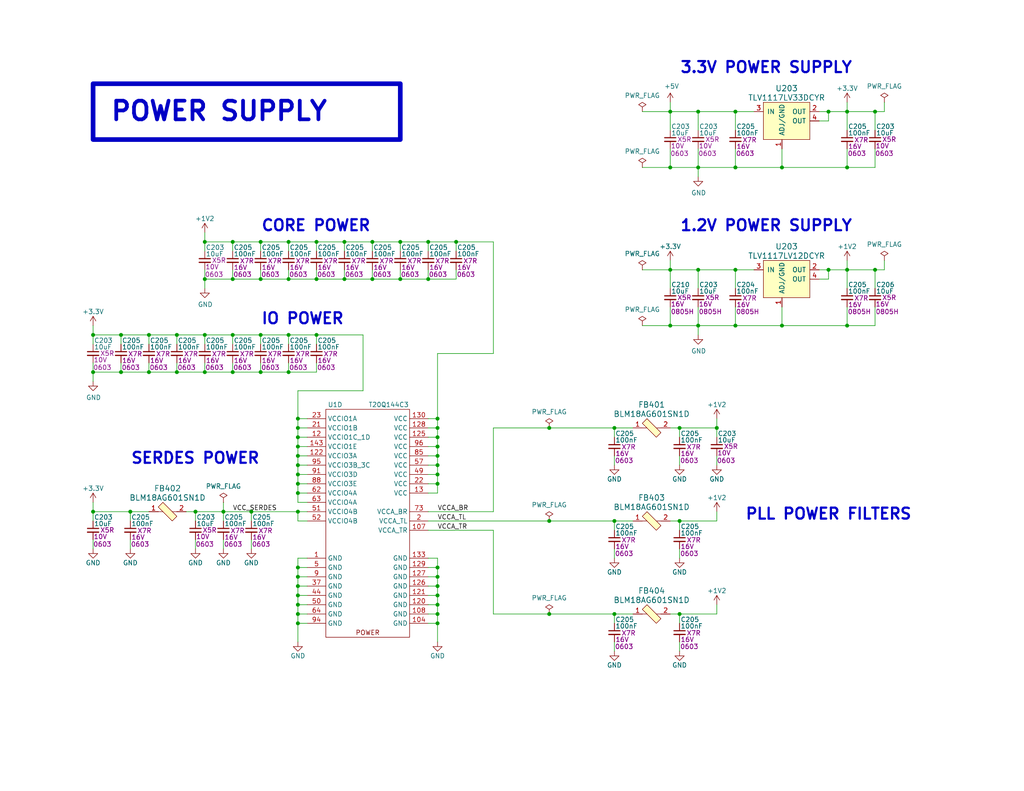
<source format=kicad_sch>
(kicad_sch (version 20230121) (generator eeschema)
  (paper "USLetter")
  (title_block (title "Z80 Retro! - FLEADiP Board") (date "2023-06-12") (rev "0.0") (company "Denno Wiggle") (comment 1 "Power Supply 3.3V & 1.2V"))
  (lib_symbols
    (symbol "WTM:C_100nF_X7R_16V_0805H" (pin_numbers hide) (pin_names (offset 0) hide)
      (property "Reference" "C" (at 0.254 3.556 0))
      (property "Value" "100nF" (at 0.254 1.778 0))
      (property "Dielectric" "X7R" (at 1.905 -0.127 0))
      (property "Voltage" "16V" (at 0.254 -1.905 0))
      (property "Footprint2" "0805H" (at 0.127 -3.81 0))
      (symbol "C_100nF_X7R_16V_0805H_1_1"
        (pin passive line (at 0 2.54 270) (length 2.032) (name "~") (number "1"))
        (pin passive line (at 0 -2.54 90) (length 2.032) (name "~") (number "2"))
      )
    )
    (symbol "WTM:C_10uF_X5R_16V_0805H" (pin_numbers hide) (pin_names (offset 0.254) hide)
      (property "Reference" "C206" (at 0.254 3.556 0))
      (property "Value" "10uF" (at 0.254 1.778 0))
      (property "Dielectric" "X5R" (at 1.905 0.762 0))
      (property "Voltage" "16V" (at 0.127 -1.016 0))
      (property "Footprint2" "0805H" (at 3.302 -3.81 0))
      (symbol "C_10uF_X5R_16V_0805H_1_1"
        (pin passive line (at 0 2.54 270) (length 2.032) (name "~") (number "1"))
        (pin passive line (at 0 -2.54 90) (length 2.032) (name "~") (number "2"))
      )
    )
    (symbol "WTM:T20Q144"
      (property "Reference" "U" (at 6.35 5.08 0))
      (property "Value" "T20Q144C3" (at 16.51 5.08 0))
      (symbol "T20Q144_1_1"
        (text "CONTROL" (at 12.7 -30.48 0) (effects (font (size 1.27 1.27)) (justify left top)))
        (pin output line (at 33.02 -1.27 180) (length 5.08) (name "NSTATUS") (number "136"))
        (pin bidirectional line (at 33.02 -26.67 180) (length 5.08) (name "CBSEL0") (number "137"))
        (pin bidirectional line (at 33.02 -29.21 180) (length 5.08) (name "CBSEL1") (number "138"))
        (pin output line (at 0 -21.59 0) (length 5.08) (name "TDO") (number "24"))
        (pin input line (at 0 -26.67 0) (length 5.08) (name "TMS") (number "25"))
        (pin input line (at 0 -24.13 0) (length 5.08) (name "TCK") (number "26"))
        (pin input line (at 0 -19.05 0) (length 5.08) (name "TDI") (number "27"))
        (pin bidirectional line (at 0 -8.89 0) (length 5.08) (name "CDI1/MISO") (number "28"))
        (pin bidirectional line (at 0 -6.35 0) (length 5.08) (name "CDI0/MOSI") (number "29"))
        (pin input line (at 0 -11.43 0) (length 5.08) (name "CCK") (number "30"))
        (pin input line (at 0 -13.97 0) (length 5.08) (name "SS_N") (number "31"))
        (pin input line (at 33.02 -19.05 180) (length 5.08) (name "CSI") (number "32"))
        (pin output line (at 33.02 -21.59 180) (length 5.08) (name "CSO") (number "33"))
        (pin open_collector line (at 33.02 1.27 180) (length 5.08) (name "CDONE") (number "34"))
        (pin input line (at 0 1.27 0) (length 5.08) (name "CRESET_N") (number "35"))
        (pin input line (at 0 -29.21 0) (length 5.08) (name "TEST_N") (number "74"))
        (pin bidirectional line (at 33.02 -6.35 180) (length 5.08) (name "CBUS0") (number "78"))
        (pin bidirectional line (at 33.02 -8.89 180) (length 5.08) (name "CBUS1") (number "79"))
        (pin bidirectional line (at 33.02 -11.43 180) (length 5.08) (name "CBUS2") (number "80"))
      )
      (symbol "T20Q144_2_1"
        (text "Bank\n3C" (at 20.32 -78.74 900) (effects (font (size 1.27 1.27))))
        (text "Bank 1B" (at 17.78 -30.48 900) (effects (font (size 1.27 1.27))))
        (text "Bank 1C" (at 17.78 -13.97 900) (effects (font (size 1.27 1.27))))
        (text "Bank 1D" (at 17.78 -2.54 900) (effects (font (size 1.27 1.27))))
        (text "Bank 1E" (at 22.86 -8.89 900) (effects (font (size 1.27 1.27))))
        (text "Bank 3A" (at 22.86 -44.45 900) (effects (font (size 1.27 1.27))))
        (text "Bank 3B" (at 21.59 -67.31 900) (effects (font (size 1.27 1.27))))
        (text "Bank 3D" (at 19.05 -59.69 900) (effects (font (size 1.27 1.27))))
        (text "Bank 3E" (at 19.05 -45.72 900) (effects (font (size 1.27 1.27))))
        (text "GPIO" (at 17.78 -82.55 0) (effects (font (size 1.27 1.27)) (justify left top)))
        (pin bidirectional line (at 0 -15.24 0) (length 5.08) (name "GPIOL_32") (number "10"))
        (pin bidirectional line (at 40.64 -78.74 180) (length 5.08) (name "GPIOR_113") (number "100"))
        (pin bidirectional line (at 40.64 -76.2 180) (length 5.08) (name "GPIOR_112") (number "101"))
        (pin bidirectional line (at 40.64 -71.12 180) (length 5.08) (name "GPIOR_105") (number "102"))
        (pin bidirectional line (at 40.64 -68.58 180) (length 5.08) (name "GPIOR_104") (number "103"))
        (pin bidirectional line (at 40.64 -66.04 180) (length 5.08) (name "GPIOR_95") (number "105"))
        (pin bidirectional line (at 40.64 -63.5 180) (length 5.08) (name "GPIOR_94") (number "106"))
        (pin bidirectional line (at 40.64 -58.42 180) (length 5.08) (name "GPIOR_88") (number "109"))
        (pin bidirectional line (at 0 -17.78 0) (length 5.08) (name "GPIOL_31") (number "11"))
        (pin bidirectional line (at 40.64 -55.88 180) (length 5.08) (name "GPIOR_87") (number "110"))
        (pin bidirectional line (at 40.64 -53.34 180) (length 5.08) (name "GPIOR_85") (number "111"))
        (pin bidirectional line (at 40.64 -50.8 180) (length 5.08) (name "GPIOR_86") (number "112"))
        (pin bidirectional line (at 40.64 -48.26 180) (length 5.08) (name "GPIOR_84") (number "113"))
        (pin bidirectional line (at 40.64 -45.72 180) (length 5.08) (name "GPIOR_83") (number "114"))
        (pin bidirectional line (at 40.64 -43.18 180) (length 5.08) (name "GPIOR_82") (number "115"))
        (pin bidirectional line (at 40.64 -40.64 180) (length 5.08) (name "GPIOR_81") (number "116"))
        (pin bidirectional line (at 40.64 -38.1 180) (length 5.08) (name "GPIOR_80") (number "117"))
        (pin bidirectional line (at 40.64 -35.56 180) (length 5.08) (name "GPIOR_79") (number "118"))
        (pin bidirectional line (at 40.64 -33.02 180) (length 5.08) (name "GPIOR_78") (number "119"))
        (pin bidirectional line (at 40.64 -30.48 180) (length 5.08) (name "GPIOR_77") (number "123"))
        (pin bidirectional line (at 40.64 -27.94 180) (length 5.08) (name "GPIOR_76") (number "124"))
        (pin bidirectional line (at 40.64 -20.32 180) (length 5.08) (name "GPIOR_75") (number "131"))
        (pin bidirectional line (at 40.64 -17.78 180) (length 5.08) (name "GPIOR_74") (number "132"))
        (pin bidirectional line (at 40.64 -15.24 180) (length 5.08) (name "GPIOR_73") (number "134"))
        (pin bidirectional line (at 40.64 -12.7 180) (length 5.08) (name "GPIOR_72") (number "135"))
        (pin bidirectional line (at 40.64 -10.16 180) (length 5.08) (name "GPIOR_68") (number "139"))
        (pin bidirectional line (at 0 -22.86 0) (length 5.08) (name "GPIOL_25") (number "14"))
        (pin bidirectional line (at 40.64 -7.62 180) (length 5.08) (name "GPIOR_67") (number "140"))
        (pin bidirectional line (at 40.64 -5.08 180) (length 5.08) (name "GPIOR_65") (number "141"))
        (pin bidirectional line (at 40.64 -2.54 180) (length 5.08) (name "GPIOR_66") (number "142"))
        (pin bidirectional line (at 40.64 0 180) (length 5.08) (name "GPIOR_64") (number "144"))
        (pin bidirectional line (at 0 -25.4 0) (length 5.08) (name "GPIOL_24") (number "15"))
        (pin bidirectional line (at 0 -27.94 0) (length 5.08) (name "GPIOL_22") (number "16"))
        (pin bidirectional line (at 0 -30.48 0) (length 5.08) (name "GPIOL_21") (number "17"))
        (pin bidirectional line (at 0 -33.02 0) (length 5.08) (name "GPIOL_20") (number "18"))
        (pin bidirectional line (at 0 -35.56 0) (length 5.08) (name "GPIOL_13") (number "19"))
        (pin bidirectional line (at 0 -38.1 0) (length 5.08) (name "GPIOL_12") (number "20"))
        (pin bidirectional line (at 0 0 0) (length 5.08) (name "GPIOL_53") (number "3"))
        (pin bidirectional line (at 0 -2.54 0) (length 5.08) (name "GPIOL_54") (number "4"))
        (pin bidirectional line (at 0 -5.08 0) (length 5.08) (name "GPIOL_46") (number "6"))
        (pin bidirectional line (at 0 -10.16 0) (length 5.08) (name "GPIOL_41") (number "7"))
        (pin bidirectional line (at 0 -43.18 0) (length 5.08) (name "GPIOR_157") (number "75"))
        (pin bidirectional line (at 0 -45.72 0) (length 5.08) (name "GPIOR_155") (number "76"))
        (pin bidirectional line (at 0 -48.26 0) (length 5.08) (name "GPIOR_154") (number "77"))
        (pin bidirectional line (at 0 -12.7 0) (length 5.08) (name "GPIOL_40") (number "8"))
        (pin bidirectional line (at 0 -50.8 0) (length 5.08) (name "GPIOR_139") (number "81"))
        (pin bidirectional line (at 0 -53.34 0) (length 5.08) (name "GPIOR_138") (number "82"))
        (pin bidirectional line (at 0 -55.88 0) (length 5.08) (name "GPIOR_136") (number "83"))
        (pin bidirectional line (at 0 -58.42 0) (length 5.08) (name "GPIOR_135") (number "84"))
        (pin bidirectional line (at 0 -60.96 0) (length 5.08) (name "GPIOR_133") (number "86"))
        (pin bidirectional line (at 0 -63.5 0) (length 5.08) (name "GPIOR_132") (number "87"))
        (pin bidirectional line (at 0 -66.04 0) (length 5.08) (name "GPIOR_129") (number "89"))
        (pin bidirectional line (at 0 -68.58 0) (length 5.08) (name "GPIOR_128") (number "90"))
        (pin bidirectional line (at 0 -71.12 0) (length 5.08) (name "GPIOR_125") (number "92"))
        (pin bidirectional line (at 0 -76.2 0) (length 5.08) (name "GPIOR_123") (number "93"))
        (pin bidirectional line (at 0 -78.74 0) (length 5.08) (name "GPIOR_122") (number "97"))
        (pin bidirectional line (at 0 -81.28 0) (length 5.08) (name "GPIOR_117") (number "98"))
        (pin bidirectional line (at 40.64 -81.28 180) (length 5.08) (name "GPIOR_116") (number "99"))
      )
      (symbol "T20Q144_3_1"
        (text "Bank 4A" (at 21.59 -26.67 900) (effects (font (size 1.27 1.27))))
        (text "Bank 4B" (at 24.13 -26.67 900) (effects (font (size 1.27 1.27))))
        (text "SERDES" (at 19.05 -50.8 0) (effects (font (size 1.27 1.27)) (justify left top)))
        (pin input line (at 45.72 -48.26 180) (length 5.08) (name "REF_RES") (number "36"))
        (pin bidirectional line (at 45.72 0 180) (length 5.08) (name "GPIOB_TXP00") (number "38"))
        (pin bidirectional line (at 45.72 -2.54 180) (length 5.08) (name "GPIOB_TXN00") (number "39"))
        (pin bidirectional line (at 45.72 -7.62 180) (length 5.08) (name "GPIOB_TXP02") (number "40"))
        (pin bidirectional line (at 45.72 -10.16 180) (length 5.08) (name "GPIOB_TXN02") (number "41"))
        (pin bidirectional line (at 45.72 -15.24 180) (length 5.08) (name "GPIOB_TXP04") (number "42"))
        (pin bidirectional line (at 45.72 -17.78 180) (length 5.08) (name "GPIOB_TXN04") (number "43"))
        (pin bidirectional line (at 45.72 -22.86 180) (length 5.08) (name "GPIOB_TXP06") (number "45"))
        (pin bidirectional line (at 45.72 -25.4 180) (length 5.08) (name "GPIOB_TXN06") (number "46"))
        (pin bidirectional line (at 45.72 -30.48 180) (length 5.08) (name "GPIOB_TXP09") (number "47"))
        (pin bidirectional line (at 45.72 -33.02 180) (length 5.08) (name "GPIOB_TXN09") (number "48"))
        (pin bidirectional line (at 45.72 -38.1 180) (length 5.08) (name "GPIOB_TXP11") (number "53"))
        (pin bidirectional line (at 45.72 -40.64 180) (length 5.08) (name "GPIOB_TXN11") (number "54"))
        (pin bidirectional line (at 0 0 0) (length 5.08) (name "GPIOB_RXP00") (number "55"))
        (pin bidirectional line (at 0 -2.54 0) (length 5.08) (name "GPIOB_RXN00") (number "56"))
        (pin bidirectional line (at 0 -7.62 0) (length 5.08) (name "GPIOB_RXP02") (number "58"))
        (pin bidirectional line (at 0 -10.16 0) (length 5.08) (name "GPIOB_RXN02") (number "59"))
        (pin bidirectional line (at 0 -17.78 0) (length 5.08) (name "GPIOB_RXN03") (number "60"))
        (pin bidirectional line (at 0 -15.24 0) (length 5.08) (name "GPIOB_RXP03") (number "61"))
        (pin bidirectional line (at 0 -25.4 0) (length 5.08) (name "GPIOB_RXN07") (number "65"))
        (pin bidirectional line (at 0 -22.86 0) (length 5.08) (name "GPIOB_RXP07") (number "66"))
        (pin bidirectional line (at 0 -30.48 0) (length 5.08) (name "GPIOB_RXP10") (number "67"))
        (pin bidirectional line (at 0 -33.02 0) (length 5.08) (name "GPIOB_RXN10") (number "68"))
        (pin bidirectional line (at 0 -40.64 0) (length 5.08) (name "GPIOB_RXN12") (number "69"))
        (pin bidirectional line (at 0 -38.1 0) (length 5.08) (name "GPIOB_RXP12") (number "70"))
        (pin bidirectional line (at 0 -45.72 0) (length 5.08) (name "GPIOB_CLKP") (number "71"))
        (pin bidirectional line (at 0 -48.26 0) (length 5.08) (name "GPIOB_CLKN") (number "72"))
      )
      (symbol "T20Q144_4_1"
        (text "POWER" (at 16.51 -58.42 0) (effects (font (size 1.27 1.27))))
        (pin power_in line (at 0 -38.1 0) (length 5.08) (name "GND") (number "1"))
        (pin power_in line (at 33.02 -55.88 180) (length 5.08) (name "GND") (number "104"))
        (pin power_in line (at 33.02 -30.48 180) (length 5.08) (name "VCCA_TR") (number "107"))
        (pin power_in line (at 33.02 -53.34 180) (length 5.08) (name "GND") (number "108"))
        (pin power_in line (at 0 -5.08 0) (length 5.08) (name "VCCIO1C_1D") (number "12"))
        (pin power_in line (at 33.02 -50.8 180) (length 5.08) (name "GND") (number "120"))
        (pin power_in line (at 33.02 -48.26 180) (length 5.08) (name "GND") (number "121"))
        (pin power_in line (at 0 -10.16 0) (length 5.08) (name "VCCIO3A") (number "122"))
        (pin power_in line (at 33.02 -5.08 180) (length 5.08) (name "VCC") (number "125"))
        (pin power_in line (at 33.02 -45.72 180) (length 5.08) (name "GND") (number "126"))
        (pin power_in line (at 33.02 -43.18 180) (length 5.08) (name "GND") (number "127"))
        (pin power_in line (at 33.02 -2.54 180) (length 5.08) (name "VCC") (number "128"))
        (pin power_in line (at 33.02 -40.64 180) (length 5.08) (name "GND") (number "129"))
        (pin power_in line (at 33.02 -20.32 180) (length 5.08) (name "VCC") (number "13"))
        (pin power_in line (at 33.02 0 180) (length 5.08) (name "VCC") (number "130"))
        (pin power_in line (at 33.02 -38.1 180) (length 5.08) (name "GND") (number "133"))
        (pin power_in line (at 0 -7.62 0) (length 5.08) (name "VCCIO1E") (number "143"))
        (pin power_in line (at 33.02 -27.94 180) (length 5.08) (name "VCCA_TL") (number "2"))
        (pin power_in line (at 0 -2.54 0) (length 5.08) (name "VCCIO1B") (number "21"))
        (pin power_in line (at 33.02 -17.78 180) (length 5.08) (name "VCC") (number "22"))
        (pin power_in line (at 0 0 0) (length 5.08) (name "VCCIO1A") (number "23"))
        (pin power_in line (at 0 -45.72 0) (length 5.08) (name "GND") (number "37"))
        (pin power_in line (at 0 -48.26 0) (length 5.08) (name "GND") (number "44"))
        (pin power_in line (at 33.02 -15.24 180) (length 5.08) (name "VCC") (number "49"))
        (pin power_in line (at 0 -40.64 0) (length 5.08) (name "GND") (number "5"))
        (pin power_in line (at 0 -50.8 0) (length 5.08) (name "GND") (number "50"))
        (pin power_in line (at 0 -25.4 0) (length 5.08) (name "VCCIO4B") (number "51"))
        (pin power_in line (at 0 -27.94 0) (length 5.08) (name "VCCIO4B") (number "52"))
        (pin power_in line (at 33.02 -12.7 180) (length 5.08) (name "VCC") (number "57"))
        (pin power_in line (at 0 -20.32 0) (length 5.08) (name "VCCIO4A") (number "62"))
        (pin power_in line (at 0 -22.86 0) (length 5.08) (name "VCCIO4A") (number "63"))
        (pin power_in line (at 0 -53.34 0) (length 5.08) (name "GND") (number "64"))
        (pin power_in line (at 33.02 -25.4 180) (length 5.08) (name "VCCA_BR") (number "73"))
        (pin power_in line (at 33.02 -10.16 180) (length 5.08) (name "VCC") (number "85"))
        (pin power_in line (at 0 -17.78 0) (length 5.08) (name "VCCIO3E") (number "88"))
        (pin power_in line (at 0 -43.18 0) (length 5.08) (name "GND") (number "9"))
        (pin power_in line (at 0 -15.24 0) (length 5.08) (name "VCCIO3D") (number "91"))
        (pin power_in line (at 0 -55.88 0) (length 5.08) (name "GND") (number "94"))
        (pin power_in line (at 0 -12.7 0) (length 5.08) (name "VCCIO3B_3C") (number "95"))
        (pin power_in line (at 33.02 -7.62 180) (length 5.08) (name "VCC") (number "96"))
      )
    )
    (symbol "dk_Ferrite-Beads-and-Chips:BLM18AG601SN1D" (pin_names (offset 1.016))
      (property "Reference" "FB" (at -2.54 3.81 0))
      (property "Value" "BLM18AG601SN1D" (at 0 -3.81 0))
      (symbol "BLM18AG601SN1D_1_1"
        (pin passive line (at -5.08 0 0) (length 2.54) (name "~") (number "1"))
        (pin passive line (at 5.08 0 180) (length 2.54) (name "~") (number "2"))
      )
    )
    (symbol "dk_PMIC-Voltage-Regulators-Linear:NCP1117ST33T3G" (pin_names (offset 1.016))
      (property "Reference" "U" (at 2.54 3.81 0))
      (property "Value" "NCP1117ST33T3G" (at 2.54 6.35 0))
      (symbol "NCP1117ST33T3G_1_1"
        (pin power_in line (at 0 -10.16 90) (length 2.54) (name "ADJ/GND") (number "1"))
        (pin power_out line (at 10.16 0 180) (length 2.54) (name "OUT") (number "2"))
        (pin power_in line (at -7.62 0 0) (length 2.54) (name "IN") (number "3"))
        (pin power_out line (at 10.16 -2.54 180) (length 2.54) (name "OUT") (number "4"))
      )
    )
    (symbol "power:+1V2" (power) (pin_names (offset 0))
      (property "Value" "+1V2" (at 0 3.556 0))
      (symbol "+1V2_1_1"
        (pin power_in line (at 0 0 90) (length 0) hide (name "+1V2") (number "1"))
      )
    )
    (symbol "power:+3.3V" (power) (pin_names (offset 0))
      (property "Value" "+3.3V" (at 0 3.556 0))
      (symbol "+3.3V_1_1"
        (pin power_in line (at 0 0 90) (length 0) hide (name "+3.3V") (number "1"))
      )
    )
    (symbol "power:+5V" (power) (pin_names (offset 0))
      (property "Value" "+5V" (at 0 3.556 0))
      (symbol "+5V_1_1"
        (pin power_in line (at 0 0 90) (length 0) hide (name "+5V") (number "1"))
      )
    )
    (symbol "power:GND" (power) (pin_names (offset 0))
      (property "Value" "GND" (at 0 -3.81 0))
      (symbol "GND_1_1"
        (pin power_in line (at 0 0 270) (length 0) hide (name "GND") (number "1"))
      )
    )
    (symbol "power:PWR_FLAG" (power) (pin_numbers hide) (pin_names (offset 0) hide)
      (property "Value" "PWR_FLAG" (at 0 3.81 0))
      (symbol "PWR_FLAG_0_0"
        (pin power_out line (at 0 0 90) (length 0) (name "pwr") (number "1"))
      )
    )
  )
  (junction (at 33.02 91.44))
  (junction (at 185.42 167.64))
  (junction (at 53.34 139.7))
  (junction (at 119.38 167.64))
  (junction (at 81.28 170.18))
  (junction (at 200.66 45.72))
  (junction (at 25.4 101.6))
  (junction (at 63.5 66.04))
  (junction (at 231.14 73.66))
  (junction (at 119.38 165.1))
  (junction (at 78.74 91.44))
  (junction (at 190.5 73.66))
  (junction (at 109.22 66.04))
  (junction (at 119.38 124.46))
  (junction (at 68.58 139.7))
  (junction (at 185.42 142.24))
  (junction (at 63.5 91.44))
  (junction (at 190.5 45.72))
  (junction (at 238.76 73.66))
  (junction (at 93.98 76.2))
  (junction (at 93.98 66.04))
  (junction (at 81.28 132.08))
  (junction (at 40.64 101.6))
  (junction (at 182.88 88.9))
  (junction (at 231.14 88.9))
  (junction (at 101.6 66.04))
  (junction (at 119.38 157.48))
  (junction (at 119.38 121.92))
  (junction (at 33.02 101.6))
  (junction (at 226.06 73.66))
  (junction (at 213.36 88.9))
  (junction (at 167.64 142.24))
  (junction (at 55.88 76.2))
  (junction (at 149.86 167.64))
  (junction (at 182.88 45.72))
  (junction (at 25.4 91.44))
  (junction (at 185.42 116.84))
  (junction (at 55.88 91.44))
  (junction (at 200.66 73.66))
  (junction (at 200.66 88.9))
  (junction (at 81.28 114.3))
  (junction (at 119.38 119.38))
  (junction (at 116.84 66.04))
  (junction (at 81.28 154.94))
  (junction (at 119.38 129.54))
  (junction (at 40.64 91.44))
  (junction (at 81.28 124.46))
  (junction (at 116.84 76.2))
  (junction (at 63.5 101.6))
  (junction (at 55.88 66.04))
  (junction (at 48.26 91.44))
  (junction (at 124.46 66.04))
  (junction (at 182.88 30.48))
  (junction (at 167.64 116.84))
  (junction (at 226.06 30.48))
  (junction (at 81.28 119.38))
  (junction (at 101.6 76.2))
  (junction (at 71.12 101.6))
  (junction (at 25.4 139.7))
  (junction (at 60.96 139.7))
  (junction (at 48.26 101.6))
  (junction (at 231.14 30.48))
  (junction (at 195.58 116.84))
  (junction (at 81.28 129.54))
  (junction (at 149.86 116.84))
  (junction (at 78.74 66.04))
  (junction (at 109.22 76.2))
  (junction (at 190.5 88.9))
  (junction (at 190.5 30.48))
  (junction (at 81.28 127))
  (junction (at 55.88 101.6))
  (junction (at 71.12 91.44))
  (junction (at 81.28 139.7))
  (junction (at 86.36 91.44))
  (junction (at 231.14 45.72))
  (junction (at 81.28 121.92))
  (junction (at 119.38 160.02))
  (junction (at 86.36 76.2))
  (junction (at 81.28 165.1))
  (junction (at 81.28 116.84))
  (junction (at 71.12 76.2))
  (junction (at 238.76 30.48))
  (junction (at 35.56 139.7))
  (junction (at 149.86 142.24))
  (junction (at 81.28 157.48))
  (junction (at 63.5 76.2))
  (junction (at 182.88 73.66))
  (junction (at 167.64 167.64))
  (junction (at 81.28 160.02))
  (junction (at 200.66 30.48))
  (junction (at 81.28 162.56))
  (junction (at 119.38 162.56))
  (junction (at 119.38 114.3))
  (junction (at 213.36 45.72))
  (junction (at 78.74 76.2))
  (junction (at 119.38 154.94))
  (junction (at 119.38 132.08))
  (junction (at 119.38 127))
  (junction (at 78.74 101.6))
  (junction (at 119.38 170.18))
  (junction (at 71.12 66.04))
  (junction (at 81.28 167.64))
  (junction (at 119.38 116.84))
  (junction (at 86.36 66.04))
  (junction (at 81.28 134.62))
  (wire (pts (xy 167.64 142.24) (xy 167.64 144.78)))
  (wire (pts (xy 119.38 114.3) (xy 119.38 96.52)))
  (wire (pts (xy 81.28 119.38) (xy 83.82 119.38)))
  (wire (pts (xy 226.06 76.2) (xy 223.52 76.2)))
  (wire (pts (xy 182.88 30.48) (xy 182.88 35.56)))
  (wire (pts (xy 86.36 73.66) (xy 86.36 76.2)))
  (wire (pts (xy 93.98 76.2) (xy 101.6 76.2)))
  (wire (pts (xy 190.5 45.72) (xy 200.66 45.72)))
  (wire (pts (xy 68.58 147.32) (xy 68.58 149.86)))
  (wire (pts (xy 226.06 33.02) (xy 223.52 33.02)))
  (wire (pts (xy 78.74 91.44) (xy 78.74 93.98)))
  (wire (pts (xy 81.28 165.1) (xy 81.28 167.64)))
  (wire (pts (xy 101.6 66.04) (xy 101.6 68.58)))
  (wire (pts (xy 167.64 116.84) (xy 167.64 119.38)))
  (wire (pts (xy 81.28 139.7) (xy 83.82 139.7)))
  (wire (pts (xy 86.36 91.44) (xy 86.36 93.98)))
  (wire (pts (xy 190.5 30.48) (xy 190.5 35.56)))
  (wire (pts (xy 119.38 96.52) (xy 134.62 96.52)))
  (wire (pts (xy 200.66 73.66) (xy 200.66 78.74)))
  (wire (pts (xy 238.76 45.72) (xy 231.14 45.72)))
  (wire (pts (xy 175.26 73.66) (xy 182.88 73.66)))
  (wire (pts (xy 81.28 137.16) (xy 83.82 137.16)))
  (wire (pts (xy 185.42 177.8) (xy 185.42 175.26)))
  (wire (pts (xy 185.42 127) (xy 185.42 124.46)))
  (wire (pts (xy 190.5 30.48) (xy 200.66 30.48)))
  (wire (pts (xy 241.3 27.94) (xy 241.3 30.48)))
  (wire (pts (xy 190.5 88.9) (xy 190.5 91.44)))
  (wire (pts (xy 119.38 160.02) (xy 119.38 162.56)))
  (wire (pts (xy 78.74 101.6) (xy 86.36 101.6)))
  (wire (pts (xy 25.4 137.16) (xy 25.4 139.7)))
  (wire (pts (xy 116.84 139.7) (xy 134.62 139.7)))
  (wire (pts (xy 116.84 134.62) (xy 119.38 134.62)))
  (wire (pts (xy 116.84 170.18) (xy 119.38 170.18)))
  (wire (pts (xy 40.64 99.06) (xy 40.64 101.6)))
  (wire (pts (xy 175.26 45.72) (xy 182.88 45.72)))
  (wire (pts (xy 71.12 73.66) (xy 71.12 76.2)))
  (wire (pts (xy 81.28 124.46) (xy 83.82 124.46)))
  (wire (pts (xy 109.22 66.04) (xy 109.22 68.58)))
  (wire (pts (xy 53.34 139.7) (xy 60.96 139.7)))
  (wire (pts (xy 71.12 91.44) (xy 71.12 93.98)))
  (wire (pts (xy 167.64 177.8) (xy 167.64 175.26)))
  (wire (pts (xy 81.28 160.02) (xy 81.28 162.56)))
  (wire (pts (xy 185.42 167.64) (xy 185.42 170.18)))
  (wire (pts (xy 116.84 165.1) (xy 119.38 165.1)))
  (wire (pts (xy 81.28 119.38) (xy 81.28 121.92)))
  (wire (pts (xy 167.64 167.64) (xy 167.64 170.18)))
  (wire (pts (xy 213.36 45.72) (xy 231.14 45.72)))
  (wire (pts (xy 134.62 144.78) (xy 134.62 167.64)))
  (wire (pts (xy 226.06 30.48) (xy 223.52 30.48)))
  (wire (pts (xy 60.96 147.32) (xy 60.96 149.86)))
  (wire (pts (xy 200.66 88.9) (xy 213.36 88.9)))
  (wire (pts (xy 63.5 101.6) (xy 71.12 101.6)))
  (wire (pts (xy 83.82 152.4) (xy 81.28 152.4)))
  (wire (pts (xy 81.28 116.84) (xy 83.82 116.84)))
  (wire (pts (xy 93.98 73.66) (xy 93.98 76.2)))
  (wire (pts (xy 119.38 154.94) (xy 119.38 157.48)))
  (wire (pts (xy 81.28 127) (xy 81.28 129.54)))
  (wire (pts (xy 116.84 152.4) (xy 119.38 152.4)))
  (wire (pts (xy 182.88 73.66) (xy 182.88 78.74)))
  (wire (pts (xy 78.74 66.04) (xy 78.74 68.58)))
  (wire (pts (xy 213.36 83.82) (xy 213.36 88.9)))
  (wire (pts (xy 185.42 142.24) (xy 182.88 142.24)))
  (wire (pts (xy 93.98 66.04) (xy 93.98 68.58)))
  (wire (pts (xy 78.74 91.44) (xy 86.36 91.44)))
  (wire (pts (xy 63.5 99.06) (xy 63.5 101.6)))
  (wire (pts (xy 83.82 114.3) (xy 81.28 114.3)))
  (wire (pts (xy 119.38 121.92) (xy 119.38 119.38)))
  (wire (pts (xy 81.28 134.62) (xy 83.82 134.62)))
  (wire (pts (xy 167.64 116.84) (xy 149.86 116.84)))
  (wire (pts (xy 190.5 83.82) (xy 190.5 88.9)))
  (wire (pts (xy 195.58 116.84) (xy 195.58 119.38)))
  (wire (pts (xy 40.64 101.6) (xy 48.26 101.6)))
  (wire (pts (xy 119.38 165.1) (xy 119.38 167.64)))
  (wire (pts (xy 182.88 40.64) (xy 182.88 45.72)))
  (wire (pts (xy 81.28 127) (xy 83.82 127)))
  (wire (pts (xy 116.84 162.56) (xy 119.38 162.56)))
  (wire (pts (xy 238.76 40.64) (xy 238.76 45.72)))
  (wire (pts (xy 101.6 73.66) (xy 101.6 76.2)))
  (wire (pts (xy 134.62 116.84) (xy 134.62 139.7)))
  (wire (pts (xy 60.96 139.7) (xy 60.96 142.24)))
  (wire (pts (xy 116.84 160.02) (xy 119.38 160.02)))
  (wire (pts (xy 40.64 91.44) (xy 40.64 93.98)))
  (wire (pts (xy 60.96 139.7) (xy 68.58 139.7)))
  (wire (pts (xy 25.4 149.86) (xy 25.4 147.32)))
  (wire (pts (xy 182.88 30.48) (xy 190.5 30.48)))
  (wire (pts (xy 25.4 88.9) (xy 25.4 91.44)))
  (wire (pts (xy 25.4 91.44) (xy 33.02 91.44)))
  (wire (pts (xy 86.36 66.04) (xy 93.98 66.04)))
  (wire (pts (xy 78.74 76.2) (xy 86.36 76.2)))
  (wire (pts (xy 185.42 116.84) (xy 185.42 119.38)))
  (wire (pts (xy 116.84 124.46) (xy 119.38 124.46)))
  (wire (pts (xy 71.12 91.44) (xy 78.74 91.44)))
  (wire (pts (xy 119.38 162.56) (xy 119.38 165.1)))
  (wire (pts (xy 53.34 139.7) (xy 50.8 139.7)))
  (wire (pts (xy 81.28 129.54) (xy 81.28 132.08)))
  (wire (pts (xy 119.38 127) (xy 119.38 124.46)))
  (wire (pts (xy 55.88 99.06) (xy 55.88 101.6)))
  (wire (pts (xy 182.88 73.66) (xy 190.5 73.66)))
  (wire (pts (xy 119.38 134.62) (xy 119.38 132.08)))
  (wire (pts (xy 81.28 114.3) (xy 81.28 116.84)))
  (wire (pts (xy 116.84 76.2) (xy 124.46 76.2)))
  (wire (pts (xy 55.88 66.04) (xy 63.5 66.04)))
  (wire (pts (xy 124.46 66.04) (xy 124.46 68.58)))
  (wire (pts (xy 119.38 124.46) (xy 119.38 121.92)))
  (wire (pts (xy 81.28 106.68) (xy 81.28 114.3)))
  (wire (pts (xy 172.72 167.64) (xy 167.64 167.64)))
  (wire (pts (xy 55.88 73.66) (xy 55.88 76.2)))
  (wire (pts (xy 109.22 66.04) (xy 116.84 66.04)))
  (wire (pts (xy 81.28 152.4) (xy 81.28 154.94)))
  (wire (pts (xy 238.76 83.82) (xy 238.76 88.9)))
  (wire (pts (xy 60.96 137.16) (xy 60.96 139.7)))
  (wire (pts (xy 213.36 40.64) (xy 213.36 45.72)))
  (wire (pts (xy 119.38 157.48) (xy 119.38 160.02)))
  (wire (pts (xy 25.4 99.06) (xy 25.4 101.6)))
  (wire (pts (xy 53.34 149.86) (xy 53.34 147.32)))
  (wire (pts (xy 134.62 167.64) (xy 149.86 167.64)))
  (wire (pts (xy 63.5 91.44) (xy 63.5 93.98)))
  (wire (pts (xy 238.76 30.48) (xy 238.76 35.56)))
  (wire (pts (xy 86.36 91.44) (xy 99.06 91.44)))
  (wire (pts (xy 55.88 91.44) (xy 55.88 93.98)))
  (wire (pts (xy 68.58 139.7) (xy 68.58 142.24)))
  (wire (pts (xy 81.28 139.7) (xy 81.28 142.24)))
  (wire (pts (xy 81.28 121.92) (xy 83.82 121.92)))
  (wire (pts (xy 241.3 71.12) (xy 241.3 73.66)))
  (wire (pts (xy 81.28 157.48) (xy 83.82 157.48)))
  (wire (pts (xy 116.84 66.04) (xy 116.84 68.58)))
  (wire (pts (xy 63.5 66.04) (xy 71.12 66.04)))
  (wire (pts (xy 195.58 116.84) (xy 185.42 116.84)))
  (wire (pts (xy 35.56 139.7) (xy 35.56 142.24)))
  (wire (pts (xy 55.88 76.2) (xy 55.88 78.74)))
  (wire (pts (xy 81.28 129.54) (xy 83.82 129.54)))
  (wire (pts (xy 71.12 99.06) (xy 71.12 101.6)))
  (wire (pts (xy 35.56 149.86) (xy 35.56 147.32)))
  (wire (pts (xy 195.58 139.7) (xy 195.58 142.24)))
  (wire (pts (xy 55.88 101.6) (xy 63.5 101.6)))
  (wire (pts (xy 116.84 129.54) (xy 119.38 129.54)))
  (wire (pts (xy 231.14 83.82) (xy 231.14 88.9)))
  (wire (pts (xy 134.62 66.04) (xy 134.62 96.52)))
  (wire (pts (xy 25.4 139.7) (xy 35.56 139.7)))
  (wire (pts (xy 99.06 106.68) (xy 81.28 106.68)))
  (wire (pts (xy 81.28 154.94) (xy 83.82 154.94)))
  (wire (pts (xy 175.26 88.9) (xy 182.88 88.9)))
  (wire (pts (xy 71.12 66.04) (xy 71.12 68.58)))
  (wire (pts (xy 172.72 116.84) (xy 167.64 116.84)))
  (wire (pts (xy 182.88 27.94) (xy 182.88 30.48)))
  (wire (pts (xy 167.64 152.4) (xy 167.64 149.86)))
  (wire (pts (xy 40.64 91.44) (xy 48.26 91.44)))
  (wire (pts (xy 81.28 142.24) (xy 83.82 142.24)))
  (wire (pts (xy 200.66 40.64) (xy 200.66 45.72)))
  (wire (pts (xy 33.02 99.06) (xy 33.02 101.6)))
  (wire (pts (xy 48.26 91.44) (xy 55.88 91.44)))
  (wire (pts (xy 200.66 30.48) (xy 200.66 35.56)))
  (wire (pts (xy 25.4 91.44) (xy 25.4 93.98)))
  (wire (pts (xy 81.28 170.18) (xy 81.28 175.26)))
  (wire (pts (xy 81.28 116.84) (xy 81.28 119.38)))
  (wire (pts (xy 200.66 73.66) (xy 205.74 73.66)))
  (wire (pts (xy 119.38 167.64) (xy 119.38 170.18)))
  (wire (pts (xy 86.36 66.04) (xy 86.36 68.58)))
  (wire (pts (xy 195.58 114.3) (xy 195.58 116.84)))
  (wire (pts (xy 81.28 157.48) (xy 81.28 160.02)))
  (wire (pts (xy 86.36 101.6) (xy 86.36 99.06)))
  (wire (pts (xy 81.28 162.56) (xy 83.82 162.56)))
  (wire (pts (xy 238.76 88.9) (xy 231.14 88.9)))
  (wire (pts (xy 81.28 132.08) (xy 83.82 132.08)))
  (wire (pts (xy 33.02 91.44) (xy 40.64 91.44)))
  (wire (pts (xy 190.5 45.72) (xy 190.5 48.26)))
  (wire (pts (xy 63.5 91.44) (xy 71.12 91.44)))
  (wire (pts (xy 119.38 119.38) (xy 119.38 116.84)))
  (wire (pts (xy 81.28 167.64) (xy 83.82 167.64)))
  (wire (pts (xy 99.06 91.44) (xy 99.06 106.68)))
  (wire (pts (xy 124.46 66.04) (xy 134.62 66.04)))
  (wire (pts (xy 81.28 121.92) (xy 81.28 124.46)))
  (wire (pts (xy 81.28 132.08) (xy 81.28 134.62)))
  (wire (pts (xy 81.28 124.46) (xy 81.28 127)))
  (wire (pts (xy 241.3 73.66) (xy 238.76 73.66)))
  (wire (pts (xy 55.88 66.04) (xy 55.88 68.58)))
  (wire (pts (xy 116.84 167.64) (xy 119.38 167.64)))
  (wire (pts (xy 81.28 160.02) (xy 83.82 160.02)))
  (wire (pts (xy 226.06 30.48) (xy 231.14 30.48)))
  (wire (pts (xy 116.84 144.78) (xy 134.62 144.78)))
  (wire (pts (xy 231.14 40.64) (xy 231.14 45.72)))
  (wire (pts (xy 185.42 152.4) (xy 185.42 149.86)))
  (wire (pts (xy 81.28 134.62) (xy 81.28 137.16)))
  (wire (pts (xy 48.26 99.06) (xy 48.26 101.6)))
  (wire (pts (xy 185.42 116.84) (xy 182.88 116.84)))
  (wire (pts (xy 195.58 167.64) (xy 185.42 167.64)))
  (wire (pts (xy 200.66 30.48) (xy 205.74 30.48)))
  (wire (pts (xy 116.84 154.94) (xy 119.38 154.94)))
  (wire (pts (xy 33.02 101.6) (xy 40.64 101.6)))
  (wire (pts (xy 55.88 76.2) (xy 63.5 76.2)))
  (wire (pts (xy 25.4 139.7) (xy 25.4 142.24)))
  (wire (pts (xy 116.84 121.92) (xy 119.38 121.92)))
  (wire (pts (xy 63.5 73.66) (xy 63.5 76.2)))
  (wire (pts (xy 71.12 66.04) (xy 78.74 66.04)))
  (wire (pts (xy 86.36 76.2) (xy 93.98 76.2)))
  (wire (pts (xy 116.84 66.04) (xy 124.46 66.04)))
  (wire (pts (xy 175.26 30.48) (xy 182.88 30.48)))
  (wire (pts (xy 195.58 142.24) (xy 185.42 142.24)))
  (wire (pts (xy 167.64 127) (xy 167.64 124.46)))
  (wire (pts (xy 226.06 76.2) (xy 226.06 73.66)))
  (wire (pts (xy 116.84 127) (xy 119.38 127)))
  (wire (pts (xy 182.88 83.82) (xy 182.88 88.9)))
  (wire (pts (xy 25.4 101.6) (xy 33.02 101.6)))
  (wire (pts (xy 119.38 114.3) (xy 119.38 116.84)))
  (wire (pts (xy 226.06 33.02) (xy 226.06 30.48)))
  (wire (pts (xy 172.72 142.24) (xy 167.64 142.24)))
  (wire (pts (xy 81.28 170.18) (xy 83.82 170.18)))
  (wire (pts (xy 226.06 73.66) (xy 231.14 73.66)))
  (wire (pts (xy 119.38 132.08) (xy 119.38 129.54)))
  (wire (pts (xy 190.5 73.66) (xy 190.5 78.74)))
  (wire (pts (xy 119.38 129.54) (xy 119.38 127)))
  (wire (pts (xy 241.3 30.48) (xy 238.76 30.48)))
  (wire (pts (xy 200.66 83.82) (xy 200.66 88.9)))
  (wire (pts (xy 53.34 139.7) (xy 53.34 142.24)))
  (wire (pts (xy 182.88 71.12) (xy 182.88 73.66)))
  (wire (pts (xy 78.74 73.66) (xy 78.74 76.2)))
  (wire (pts (xy 33.02 91.44) (xy 33.02 93.98)))
  (wire (pts (xy 190.5 88.9) (xy 200.66 88.9)))
  (wire (pts (xy 116.84 119.38) (xy 119.38 119.38)))
  (wire (pts (xy 48.26 91.44) (xy 48.26 93.98)))
  (wire (pts (xy 116.84 132.08) (xy 119.38 132.08)))
  (wire (pts (xy 55.88 91.44) (xy 63.5 91.44)))
  (wire (pts (xy 190.5 73.66) (xy 200.66 73.66)))
  (wire (pts (xy 119.38 152.4) (xy 119.38 154.94)))
  (wire (pts (xy 81.28 167.64) (xy 81.28 170.18)))
  (wire (pts (xy 231.14 71.12) (xy 231.14 73.66)))
  (wire (pts (xy 200.66 45.72) (xy 213.36 45.72)))
  (wire (pts (xy 40.64 139.7) (xy 35.56 139.7)))
  (wire (pts (xy 182.88 88.9) (xy 190.5 88.9)))
  (wire (pts (xy 231.14 30.48) (xy 231.14 35.56)))
  (wire (pts (xy 195.58 124.46) (xy 195.58 127)))
  (wire (pts (xy 116.84 157.48) (xy 119.38 157.48)))
  (wire (pts (xy 116.84 114.3) (xy 119.38 114.3)))
  (wire (pts (xy 119.38 170.18) (xy 119.38 175.26)))
  (wire (pts (xy 124.46 76.2) (xy 124.46 73.66)))
  (wire (pts (xy 71.12 101.6) (xy 78.74 101.6)))
  (wire (pts (xy 149.86 167.64) (xy 167.64 167.64)))
  (wire (pts (xy 116.84 73.66) (xy 116.84 76.2)))
  (wire (pts (xy 231.14 73.66) (xy 231.14 78.74)))
  (wire (pts (xy 182.88 45.72) (xy 190.5 45.72)))
  (wire (pts (xy 185.42 167.64) (xy 182.88 167.64)))
  (wire (pts (xy 71.12 76.2) (xy 78.74 76.2)))
  (wire (pts (xy 226.06 73.66) (xy 223.52 73.66)))
  (wire (pts (xy 109.22 76.2) (xy 116.84 76.2)))
  (wire (pts (xy 149.86 116.84) (xy 134.62 116.84)))
  (wire (pts (xy 101.6 76.2) (xy 109.22 76.2)))
  (wire (pts (xy 213.36 88.9) (xy 231.14 88.9)))
  (wire (pts (xy 93.98 66.04) (xy 101.6 66.04)))
  (wire (pts (xy 185.42 142.24) (xy 185.42 144.78)))
  (wire (pts (xy 63.5 66.04) (xy 63.5 68.58)))
  (wire (pts (xy 81.28 165.1) (xy 83.82 165.1)))
  (wire (pts (xy 238.76 73.66) (xy 238.76 78.74)))
  (wire (pts (xy 78.74 66.04) (xy 86.36 66.04)))
  (wire (pts (xy 195.58 165.1) (xy 195.58 167.64)))
  (wire (pts (xy 25.4 101.6) (xy 25.4 104.14)))
  (wire (pts (xy 238.76 30.48) (xy 231.14 30.48)))
  (wire (pts (xy 81.28 154.94) (xy 81.28 157.48)))
  (wire (pts (xy 63.5 76.2) (xy 71.12 76.2)))
  (wire (pts (xy 48.26 101.6) (xy 55.88 101.6)))
  (wire (pts (xy 231.14 27.94) (xy 231.14 30.48)))
  (wire (pts (xy 55.88 63.5) (xy 55.88 66.04)))
  (wire (pts (xy 68.58 139.7) (xy 81.28 139.7)))
  (wire (pts (xy 101.6 66.04) (xy 109.22 66.04)))
  (wire (pts (xy 78.74 99.06) (xy 78.74 101.6)))
  (wire (pts (xy 109.22 73.66) (xy 109.22 76.2)))
  (wire (pts (xy 149.86 142.24) (xy 167.64 142.24)))
  (wire (pts (xy 81.28 162.56) (xy 81.28 165.1)))
  (wire (pts (xy 190.5 40.64) (xy 190.5 45.72)))
  (wire (pts (xy 119.38 116.84) (xy 116.84 116.84)))
  (wire (pts (xy 116.84 142.24) (xy 149.86 142.24)))
  (wire (pts (xy 238.76 73.66) (xy 231.14 73.66)))
  (text_box "POWER SUPPLY" (at 25.4 22.86 0) (size 83.82 15.24) (stroke (width 1.27)) (effects (font (size 5.08 5.08) (thickness 1.016) bold) (justify left top)))
  (text "1.2V POWER SUPPLY" (at 185.42 63.5 0) (effects (font (size 2.9972 2.9972) (thickness 0.5994) bold) (justify left bottom)))
  (text "SERDES POWER" (at 35.56 127 0) (effects (font (size 2.9972 2.9972) (thickness 0.5994) bold) (justify left bottom)))
  (text "IO POWER" (at 71.12 88.9 0) (effects (font (size 2.9972 2.9972) (thickness 0.5994) bold) (justify left bottom)))
  (text "3.3V POWER SUPPLY" (at 185.42 20.32 0) (effects (font (size 2.9972 2.9972) (thickness 0.5994) bold) (justify left bottom)))
  (text "CORE POWER" (at 71.12 63.5 0) (effects (font (size 2.9972 2.9972) (thickness 0.5994) bold) (justify left bottom)))
  (text "PLL POWER FILTERS" (at 203.2 142.24 0) (effects (font (size 2.9972 2.9972) (thickness 0.5994) bold) (justify left bottom)))
  (label "VCCA_TR" (at 119.38 144.78 0))
  (label "VCC_SERDES" (at 63.5 139.7 0))
  (label "VCCA_BR" (at 119.38 139.7 0))
  (label "VCCA_TL" (at 119.38 142.24 0))
  (symbol (lib_id "WTM:C_100nF_X7R_16V_0805H") (at 231.14 81.28 0) (unit 1)
    (property "Reference" "C205" (at 231.394 77.724 0) (effects (justify left)))
    (property "Value" "100nF" (at 231.394 79.502 0) (effects (justify left)))
    (property "Footprint" "Capacitor_SMD:C_0805_2012Metric_Pad1.18x1.45mm_HandSolder" (effects hide))
    (property "Datasheet" "https://www.we-online.com/katalog/datasheet/885012207045.pdf" (effects hide))
    (property "Digikey" "732-8045-1-ND" (effects hide))
    (property "Description" "CAP CER 0.1UF 16V X7R 0805" (effects hide))
    (property "Dielectric" "X7R" (at 233.045 81.407 0) (effects (justify left)))
    (property "Voltage" "16V" (at 231.394 83.185 0) (effects (justify left)))
    (property "MPN" "885012207045" (effects hide))
    (property "Manufacturer" "Würth Elektronik" (effects hide))
    (property "Footprint2" "0805H" (at 231.267 85.09 0) (effects (justify left)))
    (property "Digi-Key_PN" "732-8045-1-ND" (effects hide))
    (instances (project "FLEADiP" (path "" (reference "C205") (unit 1)) (path "" (reference "C419") (unit 1))))
  )
  (symbol (lib_id "power:PWR_FLAG") (at 149.86 167.64 0) (unit 1)
    (property "Reference" "#FLG?" (effects hide))
    (property "Value" "PWR_FLAG" (at 149.86 163.2458 0))
    (instances (project "FLEADiP" (path "" (reference "#FLG?") (unit 1)) (path "" (reference "#FLG0202") (unit 1)) (path "" (reference "#FLG0410") (unit 1))) (project "2063-Z80" (path "" (reference "#FLG0103") (unit 1))))
  )
  (symbol (lib_id "power:GND") (at 190.5 91.44 0) (unit 1)
    (property "Reference" "#PWR?" (effects hide))
    (property "Value" "GND" (at 190.627 95.8342 0))
    (instances (project "FLEADiP" (path "" (reference "#PWR?") (unit 1)) (path "" (reference "#PWR0214") (unit 1)) (path "" (reference "#PWR0409") (unit 1))) (project "2063-Z80" (path "" (reference "#PWR0112") (unit 1))))
  )
  (symbol (lib_id "WTM:C_100nF_X7R_16V_0805H") (at 78.74 96.52 0) (unit 1)
    (property "Reference" "C205" (at 78.994 92.964 0) (effects (justify left)))
    (property "Value" "100nF" (at 78.994 94.742 0) (effects (justify left)))
    (property "Footprint" "Capacitor_SMD:C_0603_1608Metric" (effects hide))
    (property "Datasheet" "https://www.yageo.com/upload/media/product/productsearch/datasheet/mlcc/UPY-GPHC_X7R_6.3V-to-250V_22.pdf" (effects hide))
    (property "Digikey" "311-1088-1-ND" (effects hide))
    (property "Description" "CAP CER 0.1UF 16V X7R 0603" (effects hide))
    (property "Dielectric" "X7R" (at 80.645 96.647 0) (effects (justify left)))
    (property "Voltage" "16V" (at 78.994 98.425 0) (effects (justify left)))
    (property "MPN" "CC0603KRX7R7BB104" (effects hide))
    (property "Manufacturer" "YAGEO" (effects hide))
    (property "Footprint2" "0603" (at 78.867 100.33 0) (effects (justify left)))
    (property "Tolerance" "10%" (effects hide))
    (property "LCSC Part #" "C108079" (effects hide))
    (instances (project "FLEADiP" (path "" (reference "C205") (unit 1)) (path "" (reference "C429") (unit 1)) (path "" (reference "C54") (unit 1)) (path "" (reference "C39") (unit 1)) (path "" (reference "C39") (unit 1))))
  )
  (symbol (lib_id "WTM:C_10uF_X5R_16V_0805H") (at 55.88 71.12 0) (unit 1)
    (property "Reference" "C203" (at 56.134 67.564 0) (effects (justify left)))
    (property "Value" "10uF" (at 56.134 69.342 0) (effects (justify left)))
    (property "Footprint" "Capacitor_SMD:C_0603_1608Metric" (effects hide))
    (property "Datasheet" "https://www.yageo.com/upload/media/product/productsearch/datasheet/mlcc/UPY-GPHC_X5R_4V-to-50V_26.pdf" (effects hide))
    (property "Digikey" "311-1782-1-ND" (effects hide))
    (property "Description" "CAP CER 10UF 10V 10% X5R 0603" (effects hide))
    (property "Dielectric" "X5R" (at 57.785 70.358 0) (effects (justify left top)))
    (property "Voltage" "10V" (at 56.007 72.136 0) (effects (justify left top)))
    (property "Footprint2" "0603" (at 55.88 74.93 0) (effects (justify left)))
    (property "MPN" "CC0603KRX5R6BB106" (effects hide))
    (property "Manufacturer" "Yaego" (effects hide))
    (property "Tolerance" "10%" (effects hide))
    (property "LCSC Part #" "C326057" (effects hide))
    (instances (project "FLEADiP" (path "" (reference "C203") (unit 1)) (path "" (reference "C406") (unit 1)) (path "" (reference "C84") (unit 1)) (path "" (reference "C84") (unit 1))))
  )
  (symbol (lib_id "power:GND") (at 60.96 149.86 0) (unit 1)
    (property "Reference" "#PWR092" (effects hide))
    (property "Value" "GND" (at 60.96 153.67 0))
    (instances (project "FLEADiP" (path "" (reference "#PWR092") (unit 1)) (path "" (reference "#PWR0162") (unit 1)) (path "" (reference "#PWR0170") (unit 1)) (path "" (reference "#PWR099") (unit 1)) (path "" (reference "#PWR0420") (unit 1))) (project "BreadboardPower" (path "" (reference "#PWR06") (unit 1))))
  )
  (symbol (lib_id "power:PWR_FLAG") (at 175.26 45.72 0) (unit 1)
    (property "Reference" "#FLG?" (effects hide))
    (property "Value" "PWR_FLAG" (at 175.26 41.3258 0))
    (instances (project "FLEADiP" (path "" (reference "#FLG?") (unit 1)) (path "" (reference "#FLG0203") (unit 1)) (path "" (reference "#FLG0403") (unit 1))) (project "2063-Z80" (path "" (reference "#FLG0103") (unit 1))))
  )
  (symbol (lib_id "power:GND") (at 167.64 177.8 0) (unit 1)
    (property "Reference" "#PWR092" (effects hide))
    (property "Value" "GND" (at 167.64 181.61 0))
    (instances (project "FLEADiP" (path "" (reference "#PWR092") (unit 1)) (path "" (reference "#PWR0162") (unit 1)) (path "" (reference "#PWR0170") (unit 1)) (path "" (reference "#PWR0100") (unit 1)) (path "" (reference "#PWR0426") (unit 1))) (project "BreadboardPower" (path "" (reference "#PWR06") (unit 1))))
  )
  (symbol (lib_id "WTM:C_100nF_X7R_16V_0805H") (at 167.64 121.92 0) (unit 1)
    (property "Reference" "C205" (at 167.894 118.364 0) (effects (justify left)))
    (property "Value" "100nF" (at 167.894 120.142 0) (effects (justify left)))
    (property "Footprint" "Capacitor_SMD:C_0603_1608Metric" (effects hide))
    (property "Datasheet" "https://www.yageo.com/upload/media/product/productsearch/datasheet/mlcc/UPY-GPHC_X7R_6.3V-to-250V_22.pdf" (effects hide))
    (property "Digikey" "311-1088-1-ND" (effects hide))
    (property "Description" "CAP CER 0.1UF 16V X7R 0603" (effects hide))
    (property "Dielectric" "X7R" (at 169.545 122.047 0) (effects (justify left)))
    (property "Voltage" "16V" (at 167.894 123.825 0) (effects (justify left)))
    (property "MPN" "CC0603KRX7R7BB104" (effects hide))
    (property "Manufacturer" "YAGEO" (effects hide))
    (property "Footprint2" "0603" (at 167.767 125.73 0) (effects (justify left)))
    (property "Tolerance" "10%" (effects hide))
    (property "LCSC Part #" "C108079" (effects hide))
    (instances (project "FLEADiP" (path "" (reference "C205") (unit 1)) (path "" (reference "C431") (unit 1)) (path "" (reference "C54") (unit 1)) (path "" (reference "C39") (unit 1)) (path "" (reference "C39") (unit 1))))
  )
  (symbol (lib_id "WTM:C_100nF_X7R_16V_0805H") (at 48.26 96.52 0) (unit 1)
    (property "Reference" "C205" (at 48.514 92.964 0) (effects (justify left)))
    (property "Value" "100nF" (at 48.514 94.742 0) (effects (justify left)))
    (property "Footprint" "Capacitor_SMD:C_0603_1608Metric" (effects hide))
    (property "Datasheet" "https://www.yageo.com/upload/media/product/productsearch/datasheet/mlcc/UPY-GPHC_X7R_6.3V-to-250V_22.pdf" (effects hide))
    (property "Digikey" "311-1088-1-ND" (effects hide))
    (property "Description" "CAP CER 0.1UF 16V X7R 0603" (effects hide))
    (property "Dielectric" "X7R" (at 50.165 96.647 0) (effects (justify left)))
    (property "Voltage" "16V" (at 48.514 98.425 0) (effects (justify left)))
    (property "MPN" "CC0603KRX7R7BB104" (effects hide))
    (property "Manufacturer" "YAGEO" (effects hide))
    (property "Footprint2" "0603" (at 48.387 100.33 0) (effects (justify left)))
    (property "Tolerance" "10%" (effects hide))
    (property "LCSC Part #" "C108079" (effects hide))
    (instances (project "FLEADiP" (path "" (reference "C205") (unit 1)) (path "" (reference "C424") (unit 1)) (path "" (reference "C54") (unit 1)) (path "" (reference "C39") (unit 1)) (path "" (reference "C39") (unit 1))))
  )
  (symbol (lib_id "power:+1V2") (at 231.14 71.12 0) (unit 1)
    (property "Reference" "#PWR0406" (effects hide))
    (property "Value" "+1V2" (at 231.14 67.31 0))
  )
  (symbol (lib_id "power:PWR_FLAG") (at 149.86 116.84 0) (unit 1)
    (property "Reference" "#FLG?" (effects hide))
    (property "Value" "PWR_FLAG" (at 149.86 112.4458 0))
    (instances (project "FLEADiP" (path "" (reference "#FLG?") (unit 1)) (path "" (reference "#FLG0202") (unit 1)) (path "" (reference "#FLG0407") (unit 1))) (project "2063-Z80" (path "" (reference "#FLG0103") (unit 1))))
  )
  (symbol (lib_id "power:GND") (at 25.4 104.14 0) (unit 1)
    (property "Reference" "#PWR?" (effects hide))
    (property "Value" "GND" (at 25.527 108.5342 0))
    (instances (project "FLEADiP" (path "" (reference "#PWR?") (unit 1)) (path "" (reference "#PWR0214") (unit 1)) (path "" (reference "#PWR0410") (unit 1))) (project "2063-Z80" (path "" (reference "#PWR0112") (unit 1))))
  )
  (symbol (lib_id "WTM:C_100nF_X7R_16V_0805H") (at 116.84 71.12 0) (unit 1)
    (property "Reference" "C205" (at 117.094 67.564 0) (effects (justify left)))
    (property "Value" "100nF" (at 117.094 69.342 0) (effects (justify left)))
    (property "Footprint" "Capacitor_SMD:C_0603_1608Metric" (effects hide))
    (property "Datasheet" "https://www.yageo.com/upload/media/product/productsearch/datasheet/mlcc/UPY-GPHC_X7R_6.3V-to-250V_22.pdf" (effects hide))
    (property "Digikey" "311-1088-1-ND" (effects hide))
    (property "Description" "CAP CER 0.1UF 16V X7R 0603" (effects hide))
    (property "Dielectric" "X7R" (at 118.745 71.247 0) (effects (justify left)))
    (property "Voltage" "16V" (at 117.094 73.025 0) (effects (justify left)))
    (property "MPN" "CC0603KRX7R7BB104" (effects hide))
    (property "Manufacturer" "YAGEO" (effects hide))
    (property "Footprint2" "0603" (at 116.967 74.93 0) (effects (justify left)))
    (property "Tolerance" "10%" (effects hide))
    (property "LCSC Part #" "C108079" (effects hide))
    (instances (project "FLEADiP" (path "" (reference "C205") (unit 1)) (path "" (reference "C414") (unit 1)) (path "" (reference "C54") (unit 1)) (path "" (reference "C39") (unit 1)) (path "" (reference "C39") (unit 1))))
  )
  (symbol (lib_id "WTM:C_100nF_X7R_16V_0805H") (at 167.64 147.32 0) (unit 1)
    (property "Reference" "C205" (at 167.894 143.764 0) (effects (justify left)))
    (property "Value" "100nF" (at 167.894 145.542 0) (effects (justify left)))
    (property "Footprint" "Capacitor_SMD:C_0603_1608Metric" (effects hide))
    (property "Datasheet" "https://www.yageo.com/upload/media/product/productsearch/datasheet/mlcc/UPY-GPHC_X7R_6.3V-to-250V_22.pdf" (effects hide))
    (property "Digikey" "311-1088-1-ND" (effects hide))
    (property "Description" "CAP CER 0.1UF 16V X7R 0603" (effects hide))
    (property "Dielectric" "X7R" (at 169.545 147.447 0) (effects (justify left)))
    (property "Voltage" "16V" (at 167.894 149.225 0) (effects (justify left)))
    (property "MPN" "CC0603KRX7R7BB104" (effects hide))
    (property "Manufacturer" "YAGEO" (effects hide))
    (property "Footprint2" "0603" (at 167.767 151.13 0) (effects (justify left)))
    (property "Tolerance" "10%" (effects hide))
    (property "LCSC Part #" "C108079" (effects hide))
    (instances (project "FLEADiP" (path "" (reference "C205") (unit 1)) (path "" (reference "C438") (unit 1)) (path "" (reference "C54") (unit 1)) (path "" (reference "C39") (unit 1)) (path "" (reference "C39") (unit 1))))
  )
  (symbol (lib_id "power:GND") (at 25.4 149.86 0) (unit 1)
    (property "Reference" "#PWR092" (effects hide))
    (property "Value" "GND" (at 25.4 153.67 0))
    (instances (project "FLEADiP" (path "" (reference "#PWR092") (unit 1)) (path "" (reference "#PWR0162") (unit 1)) (path "" (reference "#PWR0170") (unit 1)) (path "" (reference "#PWR0102") (unit 1)) (path "" (reference "#PWR0417") (unit 1))) (project "BreadboardPower" (path "" (reference "#PWR06") (unit 1))))
  )
  (symbol (lib_id "dk_Ferrite-Beads-and-Chips:BLM18AG601SN1D") (at 45.72 139.7 0) (unit 1)
    (property "Reference" "FB402" (at 45.72 133.35 0) (effects (font (size 1.524 1.524))))
    (property "Value" "BLM18AG601SN1D" (at 45.72 135.89 0) (effects (font (size 1.524 1.524))))
    (property "Footprint" "Inductor_SMD:L_0603_1608Metric" (effects hide))
    (property "Datasheet" "https://www.murata.com/en-us/products/productdata/8796738650142/ENFA0003.pdf" (effects hide))
    (property "MPN" "BLM18AG601SN1D" (effects hide))
    (property "Category" "Filters" (effects hide))
    (property "Family" "Ferrite Beads and Chips" (effects hide))
    (property "DK_Datasheet_Link" "https://www.murata.com/en-us/products/productdata/8796738650142/ENFA0003.pdf" (effects hide))
    (property "DK_Detail_Page" "/product-detail/en/murata-electronics-north-america/BLM18AG601SN1D/490-1014-1-ND/584462" (effects hide))
    (property "Description" "FERRITE BEAD 600 OHM 0603 1LN" (effects hide))
    (property "Manufacturer" "Murata Electronics North America" (effects hide))
    (property "Status" "Active" (effects hide))
    (property "Digikey" "490-1014-1-ND" (effects hide))
    (property "LCSC Part #" "C19330" (effects hide))
    (instances (project "FLEADiP" (path "" (reference "FB402") (unit 1)) (path "" (reference "FB3") (unit 1))))
  )
  (symbol (lib_id "power:+1V2") (at 195.58 139.7 0) (unit 1)
    (property "Reference" "#PWR0416" (effects hide))
    (property "Value" "+1V2" (at 195.58 135.89 0))
  )
  (symbol (lib_id "WTM:C_100nF_X7R_16V_0805H") (at 109.22 71.12 0) (unit 1)
    (property "Reference" "C205" (at 109.474 67.564 0) (effects (justify left)))
    (property "Value" "100nF" (at 109.474 69.342 0) (effects (justify left)))
    (property "Footprint" "Capacitor_SMD:C_0603_1608Metric" (effects hide))
    (property "Datasheet" "https://www.yageo.com/upload/media/product/productsearch/datasheet/mlcc/UPY-GPHC_X7R_6.3V-to-250V_22.pdf" (effects hide))
    (property "Digikey" "311-1088-1-ND" (effects hide))
    (property "Description" "CAP CER 0.1UF 16V X7R 0603" (effects hide))
    (property "Dielectric" "X7R" (at 111.125 71.247 0) (effects (justify left)))
    (property "Voltage" "16V" (at 109.474 73.025 0) (effects (justify left)))
    (property "MPN" "CC0603KRX7R7BB104" (effects hide))
    (property "Manufacturer" "YAGEO" (effects hide))
    (property "Footprint2" "0603" (at 109.347 74.93 0) (effects (justify left)))
    (property "Tolerance" "10%" (effects hide))
    (property "LCSC Part #" "C108079" (effects hide))
    (instances (project "FLEADiP" (path "" (reference "C205") (unit 1)) (path "" (reference "C413") (unit 1)) (path "" (reference "C54") (unit 1)) (path "" (reference "C39") (unit 1)) (path "" (reference "C39") (unit 1))))
  )
  (symbol (lib_id "WTM:C_100nF_X7R_16V_0805H") (at 63.5 71.12 0) (unit 1)
    (property "Reference" "C205" (at 63.754 67.564 0) (effects (justify left)))
    (property "Value" "100nF" (at 63.754 69.342 0) (effects (justify left)))
    (property "Footprint" "Capacitor_SMD:C_0603_1608Metric" (effects hide))
    (property "Datasheet" "https://www.yageo.com/upload/media/product/productsearch/datasheet/mlcc/UPY-GPHC_X7R_6.3V-to-250V_22.pdf" (effects hide))
    (property "Digikey" "311-1088-1-ND" (effects hide))
    (property "Description" "CAP CER 0.1UF 16V X7R 0603" (effects hide))
    (property "Dielectric" "X7R" (at 65.405 71.247 0) (effects (justify left)))
    (property "Voltage" "16V" (at 63.754 73.025 0) (effects (justify left)))
    (property "MPN" "CC0603KRX7R7BB104" (effects hide))
    (property "Manufacturer" "YAGEO" (effects hide))
    (property "Footprint2" "0603" (at 63.627 74.93 0) (effects (justify left)))
    (property "Tolerance" "10%" (effects hide))
    (property "LCSC Part #" "C108079" (effects hide))
    (instances (project "FLEADiP" (path "" (reference "C205") (unit 1)) (path "" (reference "C407") (unit 1)) (path "" (reference "C54") (unit 1)) (path "" (reference "C39") (unit 1)) (path "" (reference "C39") (unit 1))))
  )
  (symbol (lib_id "power:PWR_FLAG") (at 241.3 71.12 0) (unit 1)
    (property "Reference" "#FLG?" (effects hide))
    (property "Value" "PWR_FLAG" (at 241.3 66.7258 0))
    (instances (project "FLEADiP" (path "" (reference "#FLG?") (unit 1)) (path "" (reference "#FLG0201") (unit 1)) (path "" (reference "#FLG0404") (unit 1))) (project "2063-Z80" (path "" (reference "#FLG0101") (unit 1))))
  )
  (symbol (lib_id "WTM:C_100nF_X7R_16V_0805H") (at 200.66 38.1 0) (unit 1)
    (property "Reference" "C205" (at 200.914 34.544 0) (effects (justify left)))
    (property "Value" "100nF" (at 200.914 36.322 0) (effects (justify left)))
    (property "Footprint" "Capacitor_SMD:C_0603_1608Metric" (effects hide))
    (property "Datasheet" "https://www.yageo.com/upload/media/product/productsearch/datasheet/mlcc/UPY-GPHC_X7R_6.3V-to-250V_22.pdf" (effects hide))
    (property "Digikey" "311-1088-1-ND" (effects hide))
    (property "Description" "CAP CER 0.1UF 16V X7R 0603" (effects hide))
    (property "Dielectric" "X7R" (at 202.565 38.227 0) (effects (justify left)))
    (property "Voltage" "16V" (at 200.914 40.005 0) (effects (justify left)))
    (property "MPN" "CC0603KRX7R7BB104" (effects hide))
    (property "Manufacturer" "YAGEO" (effects hide))
    (property "Footprint2" "0603" (at 200.787 41.91 0) (effects (justify left)))
    (property "Tolerance" "10%" (effects hide))
    (property "LCSC Part #" "C108079" (effects hide))
    (instances (project "FLEADiP" (path "" (reference "C205") (unit 1)) (path "" (reference "C403") (unit 1)) (path "" (reference "C54") (unit 1)) (path "" (reference "C39") (unit 1)) (path "" (reference "C39") (unit 1))))
  )
  (symbol (lib_id "power:+3.3V") (at 182.88 71.12 0) (unit 1)
    (property "Reference" "#PWR0212" (effects hide))
    (property "Value" "+3.3V" (at 182.88 67.31 0))
    (instances (project "FLEADiP" (path "" (reference "#PWR0212") (unit 1)) (path "" (reference "#PWR0905") (unit 1))))
  )
  (symbol (lib_id "power:+1V2") (at 55.88 63.5 0) (unit 1)
    (property "Reference" "#PWR0404" (effects hide))
    (property "Value" "+1V2" (at 55.88 59.69 0))
  )
  (symbol (lib_id "WTM:C_10uF_X5R_16V_0805H") (at 25.4 96.52 0) (unit 1)
    (property "Reference" "C203" (at 25.654 92.964 0) (effects (justify left)))
    (property "Value" "10uF" (at 25.654 94.742 0) (effects (justify left)))
    (property "Footprint" "Capacitor_SMD:C_0603_1608Metric" (effects hide))
    (property "Datasheet" "https://www.yageo.com/upload/media/product/productsearch/datasheet/mlcc/UPY-GPHC_X5R_4V-to-50V_26.pdf" (effects hide))
    (property "Digikey" "311-1782-1-ND" (effects hide))
    (property "Description" "CAP CER 10UF 10V 10% X5R 0603" (effects hide))
    (property "Dielectric" "X5R" (at 27.305 95.758 0) (effects (justify left top)))
    (property "Voltage" "10V" (at 25.527 97.536 0) (effects (justify left top)))
    (property "Footprint2" "0603" (at 25.4 100.33 0) (effects (justify left)))
    (property "MPN" "CC0603KRX5R6BB106" (effects hide))
    (property "Manufacturer" "Yaego" (effects hide))
    (property "Tolerance" "10%" (effects hide))
    (property "LCSC Part #" "C326057" (effects hide))
    (instances (project "FLEADiP" (path "" (reference "C203") (unit 1)) (path "" (reference "C421") (unit 1)) (path "" (reference "C84") (unit 1)) (path "" (reference "C84") (unit 1))))
  )
  (symbol (lib_id "power:GND") (at 167.64 127 0) (unit 1)
    (property "Reference" "#PWR092" (effects hide))
    (property "Value" "GND" (at 167.64 130.81 0))
    (instances (project "FLEADiP" (path "" (reference "#PWR092") (unit 1)) (path "" (reference "#PWR0162") (unit 1)) (path "" (reference "#PWR0170") (unit 1)) (path "" (reference "#PWR0100") (unit 1)) (path "" (reference "#PWR0412") (unit 1))) (project "BreadboardPower" (path "" (reference "#PWR06") (unit 1))))
  )
  (symbol (lib_id "power:GND") (at 195.58 127 0) (unit 1)
    (property "Reference" "#PWR092" (effects hide))
    (property "Value" "GND" (at 195.58 130.81 0))
    (instances (project "FLEADiP" (path "" (reference "#PWR092") (unit 1)) (path "" (reference "#PWR0162") (unit 1)) (path "" (reference "#PWR0170") (unit 1)) (path "" (reference "#PWR0102") (unit 1)) (path "" (reference "#PWR0414") (unit 1))) (project "BreadboardPower" (path "" (reference "#PWR06") (unit 1))))
  )
  (symbol (lib_id "dk_PMIC-Voltage-Regulators-Linear:NCP1117ST33T3G") (at 213.36 73.66 0) (unit 1)
    (property "Reference" "U203" (at 214.63 67.31 0) (effects (font (size 1.524 1.524))))
    (property "Value" "TLV1117LV12DCYR" (at 214.63 69.85 0) (effects (font (size 1.524 1.524))))
    (property "Footprint" "Package_TO_SOT_SMD:SOT-223" (effects hide))
    (property "Datasheet" "https://www.ti.com/lit/gpn/TLV1117LV" (effects hide))
    (property "MPN" "TLV1117LV12DCYR" (effects hide))
    (property "Description" "IC REG LINEAR 1.2V 1A SOT223-4" (effects hide))
    (property "Manufacturer" "Texas Instruments" (effects hide))
    (property "Status" "Active" (effects hide))
    (property "Digikey" "296-28776-1-ND" (effects hide))
    (property "LCSC Part #" "C80106" (effects hide))
    (instances (project "FLEADiP" (path "" (reference "U203") (unit 1)) (path "" (reference "U402") (unit 1))))
  )
  (symbol (lib_id "WTM:C_100nF_X7R_16V_0805H") (at 71.12 71.12 0) (unit 1)
    (property "Reference" "C205" (at 71.374 67.564 0) (effects (justify left)))
    (property "Value" "100nF" (at 71.374 69.342 0) (effects (justify left)))
    (property "Footprint" "Capacitor_SMD:C_0603_1608Metric" (effects hide))
    (property "Datasheet" "https://www.yageo.com/upload/media/product/productsearch/datasheet/mlcc/UPY-GPHC_X7R_6.3V-to-250V_22.pdf" (effects hide))
    (property "Digikey" "311-1088-1-ND" (effects hide))
    (property "Description" "CAP CER 0.1UF 16V X7R 0603" (effects hide))
    (property "Dielectric" "X7R" (at 73.025 71.247 0) (effects (justify left)))
    (property "Voltage" "16V" (at 71.374 73.025 0) (effects (justify left)))
    (property "MPN" "CC0603KRX7R7BB104" (effects hide))
    (property "Manufacturer" "YAGEO" (effects hide))
    (property "Footprint2" "0603" (at 71.247 74.93 0) (effects (justify left)))
    (property "Tolerance" "10%" (effects hide))
    (property "LCSC Part #" "C108079" (effects hide))
    (instances (project "FLEADiP" (path "" (reference "C205") (unit 1)) (path "" (reference "C408") (unit 1)) (path "" (reference "C54") (unit 1)) (path "" (reference "C39") (unit 1)) (path "" (reference "C39") (unit 1))))
  )
  (symbol (lib_id "power:GND") (at 167.64 152.4 0) (unit 1)
    (property "Reference" "#PWR092" (effects hide))
    (property "Value" "GND" (at 167.64 156.21 0))
    (instances (project "FLEADiP" (path "" (reference "#PWR092") (unit 1)) (path "" (reference "#PWR0162") (unit 1)) (path "" (reference "#PWR0170") (unit 1)) (path "" (reference "#PWR0100") (unit 1)) (path "" (reference "#PWR0421") (unit 1))) (project "BreadboardPower" (path "" (reference "#PWR06") (unit 1))))
  )
  (symbol (lib_id "power:+1V2") (at 195.58 165.1 0) (unit 1)
    (property "Reference" "#PWR0423" (effects hide))
    (property "Value" "+1V2" (at 195.58 161.29 0))
  )
  (symbol (lib_id "power:GND") (at 185.42 127 0) (unit 1)
    (property "Reference" "#PWR092" (effects hide))
    (property "Value" "GND" (at 185.42 130.81 0))
    (instances (project "FLEADiP" (path "" (reference "#PWR092") (unit 1)) (path "" (reference "#PWR0162") (unit 1)) (path "" (reference "#PWR0170") (unit 1)) (path "" (reference "#PWR099") (unit 1)) (path "" (reference "#PWR0413") (unit 1))) (project "BreadboardPower" (path "" (reference "#PWR06") (unit 1))))
  )
  (symbol (lib_id "power:GND") (at 68.58 149.86 0) (unit 1)
    (property "Reference" "#PWR092" (effects hide))
    (property "Value" "GND" (at 68.58 153.67 0))
    (instances (project "FLEADiP" (path "" (reference "#PWR092") (unit 1)) (path "" (reference "#PWR0162") (unit 1)) (path "" (reference "#PWR0170") (unit 1)) (path "" (reference "#PWR099") (unit 1)) (path "" (reference "#PWR0428") (unit 1))) (project "BreadboardPower" (path "" (reference "#PWR06") (unit 1))))
  )
  (symbol (lib_id "WTM:C_100nF_X7R_16V_0805H") (at 55.88 96.52 0) (unit 1)
    (property "Reference" "C205" (at 56.134 92.964 0) (effects (justify left)))
    (property "Value" "100nF" (at 56.134 94.742 0) (effects (justify left)))
    (property "Footprint" "Capacitor_SMD:C_0603_1608Metric" (effects hide))
    (property "Datasheet" "https://www.yageo.com/upload/media/product/productsearch/datasheet/mlcc/UPY-GPHC_X7R_6.3V-to-250V_22.pdf" (effects hide))
    (property "Digikey" "311-1088-1-ND" (effects hide))
    (property "Description" "CAP CER 0.1UF 16V X7R 0603" (effects hide))
    (property "Dielectric" "X7R" (at 57.785 96.647 0) (effects (justify left)))
    (property "Voltage" "16V" (at 56.134 98.425 0) (effects (justify left)))
    (property "MPN" "CC0603KRX7R7BB104" (effects hide))
    (property "Manufacturer" "YAGEO" (effects hide))
    (property "Footprint2" "0603" (at 56.007 100.33 0) (effects (justify left)))
    (property "Tolerance" "10%" (effects hide))
    (property "LCSC Part #" "C108079" (effects hide))
    (instances (project "FLEADiP" (path "" (reference "C205") (unit 1)) (path "" (reference "C425") (unit 1)) (path "" (reference "C54") (unit 1)) (path "" (reference "C39") (unit 1)) (path "" (reference "C39") (unit 1))))
  )
  (symbol (lib_id "power:+3.3V") (at 25.4 137.16 0) (unit 1)
    (property "Reference" "#PWR013" (effects hide))
    (property "Value" "+3.3V" (at 25.4 133.35 0))
    (instances (project "FLEADiP" (path "" (reference "#PWR013") (unit 1)) (path "" (reference "#PWR0164") (unit 1)) (path "" (reference "#PWR0168") (unit 1)) (path "" (reference "#PWR0101") (unit 1)) (path "" (reference "#PWR0415") (unit 1))))
  )
  (symbol (lib_id "power:PWR_FLAG") (at 60.96 137.16 0) (unit 1)
    (property "Reference" "#FLG?" (effects hide))
    (property "Value" "PWR_FLAG" (at 60.96 132.7658 0))
    (instances (project "FLEADiP" (path "" (reference "#FLG?") (unit 1)) (path "" (reference "#FLG0202") (unit 1)) (path "" (reference "#FLG0408") (unit 1))) (project "2063-Z80" (path "" (reference "#FLG0103") (unit 1))))
  )
  (symbol (lib_id "dk_PMIC-Voltage-Regulators-Linear:NCP1117ST33T3G") (at 213.36 30.48 0) (unit 1)
    (property "Reference" "U203" (at 214.63 24.13 0) (effects (font (size 1.524 1.524))))
    (property "Value" "TLV1117LV33DCYR" (at 214.63 26.67 0) (effects (font (size 1.524 1.524))))
    (property "Footprint" "Package_TO_SOT_SMD:SOT-223" (effects hide))
    (property "Datasheet" "https://www.onsemi.com/pdf/datasheet/ncp1117lp-d.pdf" (effects hide))
    (property "MPN" "TLV1117LV33DCYR" (effects hide))
    (property "Description" "IC REG LINEAR 3.3V 1A SOT223-4" (effects hide))
    (property "Manufacturer" "Texas Instruments" (effects hide))
    (property "Digikey" "296-28778-1-ND" (effects hide))
    (property "LCSC Part #" "C15578" (effects hide))
    (instances (project "FLEADiP" (path "" (reference "U203") (unit 1)) (path "" (reference "U401") (unit 1))))
  )
  (symbol (lib_id "power:+5V") (at 182.88 27.94 0) (unit 1)
    (property "Reference" "#PWR?" (effects hide))
    (property "Value" "+5V" (at 183.261 23.5458 0))
    (instances (project "FLEADiP" (path "" (reference "#PWR?") (unit 1)) (path "" (reference "#PWR0211") (unit 1)) (path "" (reference "#PWR0401") (unit 1))) (project "2063-Z80" (path "" (reference "#PWR0148") (unit 1))))
  )
  (symbol (lib_id "WTM:C_100nF_X7R_16V_0805H") (at 200.66 81.28 0) (unit 1)
    (property "Reference" "C204" (at 200.914 77.724 0) (effects (justify left)))
    (property "Value" "100nF" (at 200.914 79.502 0) (effects (justify left)))
    (property "Footprint" "Capacitor_SMD:C_0805_2012Metric_Pad1.18x1.45mm_HandSolder" (effects hide))
    (property "Datasheet" "https://www.we-online.com/katalog/datasheet/885012207045.pdf" (effects hide))
    (property "Digikey" "732-8045-1-ND" (effects hide))
    (property "Description" "CAP CER 0.1UF 16V X7R 0805" (effects hide))
    (property "Dielectric" "X7R" (at 202.565 81.407 0) (effects (justify left)))
    (property "Voltage" "16V" (at 200.914 83.185 0) (effects (justify left)))
    (property "MPN" "885012207045" (effects hide))
    (property "Manufacturer" "Würth Elektronik" (effects hide))
    (property "Footprint2" "0805H" (at 200.787 85.09 0) (effects (justify left)))
    (property "Digi-Key_PN" "732-8045-1-ND" (effects hide))
    (instances (project "FLEADiP" (path "" (reference "C204") (unit 1)) (path "" (reference "C418") (unit 1))))
  )
  (symbol (lib_id "WTM:C_10uF_X5R_16V_0805H") (at 190.5 38.1 0) (unit 1)
    (property "Reference" "C203" (at 190.754 34.544 0) (effects (justify left)))
    (property "Value" "10uF" (at 190.754 36.322 0) (effects (justify left)))
    (property "Footprint" "Capacitor_SMD:C_0603_1608Metric" (effects hide))
    (property "Datasheet" "https://www.yageo.com/upload/media/product/productsearch/datasheet/mlcc/UPY-GPHC_X5R_4V-to-50V_26.pdf" (effects hide))
    (property "Digikey" "311-1782-1-ND" (effects hide))
    (property "Description" "CAP CER 10UF 10V 10% X5R 0603" (effects hide))
    (property "Dielectric" "X5R" (at 192.405 37.338 0) (effects (justify left top)))
    (property "Voltage" "10V" (at 190.627 39.116 0) (effects (justify left top)))
    (property "Footprint2" "0603" (at 190.5 41.91 0) (effects (justify left)))
    (property "MPN" "CC0603KRX5R6BB106" (effects hide))
    (property "Manufacturer" "Yaego" (effects hide))
    (property "Tolerance" "10%" (effects hide))
    (property "LCSC Part #" "C326057" (effects hide))
    (instances (project "FLEADiP" (path "" (reference "C203") (unit 1)) (path "" (reference "C402") (unit 1)) (path "" (reference "C84") (unit 1)) (path "" (reference "C84") (unit 1))))
  )
  (symbol (lib_id "power:PWR_FLAG") (at 241.3 27.94 0) (unit 1)
    (property "Reference" "#FLG?" (effects hide))
    (property "Value" "PWR_FLAG" (at 241.3 23.5458 0))
    (instances (project "FLEADiP" (path "" (reference "#FLG?") (unit 1)) (path "" (reference "#FLG0201") (unit 1)) (path "" (reference "#FLG0401") (unit 1))) (project "2063-Z80" (path "" (reference "#FLG0101") (unit 1))))
  )
  (symbol (lib_id "WTM:C_100nF_X7R_16V_0805H") (at 86.36 71.12 0) (unit 1)
    (property "Reference" "C205" (at 86.614 67.564 0) (effects (justify left)))
    (property "Value" "100nF" (at 86.614 69.342 0) (effects (justify left)))
    (property "Footprint" "Capacitor_SMD:C_0603_1608Metric" (effects hide))
    (property "Datasheet" "https://www.yageo.com/upload/media/product/productsearch/datasheet/mlcc/UPY-GPHC_X7R_6.3V-to-250V_22.pdf" (effects hide))
    (property "Digikey" "311-1088-1-ND" (effects hide))
    (property "Description" "CAP CER 0.1UF 16V X7R 0603" (effects hide))
    (property "Dielectric" "X7R" (at 88.265 71.247 0) (effects (justify left)))
    (property "Voltage" "16V" (at 86.614 73.025 0) (effects (justify left)))
    (property "MPN" "CC0603KRX7R7BB104" (effects hide))
    (property "Manufacturer" "YAGEO" (effects hide))
    (property "Footprint2" "0603" (at 86.487 74.93 0) (effects (justify left)))
    (property "Tolerance" "10%" (effects hide))
    (property "LCSC Part #" "C108079" (effects hide))
    (instances (project "FLEADiP" (path "" (reference "C205") (unit 1)) (path "" (reference "C410") (unit 1)) (path "" (reference "C54") (unit 1)) (path "" (reference "C39") (unit 1)) (path "" (reference "C39") (unit 1))))
  )
  (symbol (lib_id "dk_Ferrite-Beads-and-Chips:BLM18AG601SN1D") (at 177.8 167.64 0) (unit 1)
    (property "Reference" "FB404" (at 177.8 161.29 0) (effects (font (size 1.524 1.524))))
    (property "Value" "BLM18AG601SN1D" (at 177.8 163.83 0) (effects (font (size 1.524 1.524))))
    (property "Footprint" "Inductor_SMD:L_0603_1608Metric" (effects hide))
    (property "Datasheet" "https://www.murata.com/en-us/products/productdata/8796738650142/ENFA0003.pdf" (effects hide))
    (property "MPN" "BLM18AG601SN1D" (effects hide))
    (property "Category" "Filters" (effects hide))
    (property "Family" "Ferrite Beads and Chips" (effects hide))
    (property "DK_Datasheet_Link" "https://www.murata.com/en-us/products/productdata/8796738650142/ENFA0003.pdf" (effects hide))
    (property "DK_Detail_Page" "/product-detail/en/murata-electronics-north-america/BLM18AG601SN1D/490-1014-1-ND/584462" (effects hide))
    (property "Description" "FERRITE BEAD 600 OHM 0603 1LN" (effects hide))
    (property "Manufacturer" "Murata Electronics North America" (effects hide))
    (property "Status" "Active" (effects hide))
    (property "Digikey" "490-1014-1-ND" (effects hide))
    (property "LCSC Part #" "C19330" (effects hide))
    (instances (project "FLEADiP" (path "" (reference "FB404") (unit 1)) (path "" (reference "FB3") (unit 1))))
  )
  (symbol (lib_id "WTM:C_10uF_X5R_16V_0805H") (at 25.4 144.78 0) (unit 1)
    (property "Reference" "C203" (at 25.654 141.224 0) (effects (justify left)))
    (property "Value" "10uF" (at 25.654 143.002 0) (effects (justify left)))
    (property "Footprint" "Capacitor_SMD:C_0603_1608Metric" (effects hide))
    (property "Datasheet" "https://www.yageo.com/upload/media/product/productsearch/datasheet/mlcc/UPY-GPHC_X5R_4V-to-50V_26.pdf" (effects hide))
    (property "Digikey" "311-1782-1-ND" (effects hide))
    (property "Description" "CAP CER 10UF 10V 10% X5R 0603" (effects hide))
    (property "Dielectric" "X5R" (at 27.305 144.018 0) (effects (justify left top)))
    (property "Voltage" "10V" (at 25.527 145.796 0) (effects (justify left top)))
    (property "Footprint2" "0603" (at 25.4 148.59 0) (effects (justify left)))
    (property "MPN" "CC0603KRX5R6BB106" (effects hide))
    (property "Manufacturer" "Yaego" (effects hide))
    (property "Tolerance" "10%" (effects hide))
    (property "LCSC Part #" "C326057" (effects hide))
    (instances (project "FLEADiP" (path "" (reference "C203") (unit 1)) (path "" (reference "C434") (unit 1)) (path "" (reference "C84") (unit 1)) (path "" (reference "C84") (unit 1))))
  )
  (symbol (lib_id "power:GND") (at 185.42 152.4 0) (unit 1)
    (property "Reference" "#PWR092" (effects hide))
    (property "Value" "GND" (at 185.42 156.21 0))
    (instances (project "FLEADiP" (path "" (reference "#PWR092") (unit 1)) (path "" (reference "#PWR0162") (unit 1)) (path "" (reference "#PWR0170") (unit 1)) (path "" (reference "#PWR099") (unit 1)) (path "" (reference "#PWR0422") (unit 1))) (project "BreadboardPower" (path "" (reference "#PWR06") (unit 1))))
  )
  (symbol (lib_id "WTM:C_100nF_X7R_16V_0805H") (at 60.96 144.78 0) (unit 1)
    (property "Reference" "C205" (at 61.214 141.224 0) (effects (justify left)))
    (property "Value" "100nF" (at 61.214 143.002 0) (effects (justify left)))
    (property "Footprint" "Capacitor_SMD:C_0603_1608Metric" (effects hide))
    (property "Datasheet" "https://www.yageo.com/upload/media/product/productsearch/datasheet/mlcc/UPY-GPHC_X7R_6.3V-to-250V_22.pdf" (effects hide))
    (property "Digikey" "311-1088-1-ND" (effects hide))
    (property "Description" "CAP CER 0.1UF 16V X7R 0603" (effects hide))
    (property "Dielectric" "X7R" (at 62.865 144.907 0) (effects (justify left)))
    (property "Voltage" "16V" (at 61.214 146.685 0) (effects (justify left)))
    (property "MPN" "CC0603KRX7R7BB104" (effects hide))
    (property "Manufacturer" "YAGEO" (effects hide))
    (property "Footprint2" "0603" (at 61.087 148.59 0) (effects (justify left)))
    (property "Tolerance" "10%" (effects hide))
    (property "LCSC Part #" "C108079" (effects hide))
    (instances (project "FLEADiP" (path "" (reference "C205") (unit 1)) (path "" (reference "C437") (unit 1)) (path "" (reference "C54") (unit 1)) (path "" (reference "C39") (unit 1)) (path "" (reference "C39") (unit 1))))
  )
  (symbol (lib_id "power:GND") (at 190.5 48.26 0) (unit 1)
    (property "Reference" "#PWR?" (effects hide))
    (property "Value" "GND" (at 190.627 52.6542 0))
    (instances (project "FLEADiP" (path "" (reference "#PWR?") (unit 1)) (path "" (reference "#PWR0214") (unit 1)) (path "" (reference "#PWR0403") (unit 1))) (project "2063-Z80" (path "" (reference "#PWR0112") (unit 1))))
  )
  (symbol (lib_id "dk_Ferrite-Beads-and-Chips:BLM18AG601SN1D") (at 177.8 142.24 0) (unit 1)
    (property "Reference" "FB403" (at 177.8 135.89 0) (effects (font (size 1.524 1.524))))
    (property "Value" "BLM18AG601SN1D" (at 177.8 138.43 0) (effects (font (size 1.524 1.524))))
    (property "Footprint" "Inductor_SMD:L_0603_1608Metric" (effects hide))
    (property "Datasheet" "https://www.murata.com/en-us/products/productdata/8796738650142/ENFA0003.pdf" (effects hide))
    (property "MPN" "BLM18AG601SN1D" (effects hide))
    (property "Category" "Filters" (effects hide))
    (property "Family" "Ferrite Beads and Chips" (effects hide))
    (property "DK_Datasheet_Link" "https://www.murata.com/en-us/products/productdata/8796738650142/ENFA0003.pdf" (effects hide))
    (property "DK_Detail_Page" "/product-detail/en/murata-electronics-north-america/BLM18AG601SN1D/490-1014-1-ND/584462" (effects hide))
    (property "Description" "FERRITE BEAD 600 OHM 0603 1LN" (effects hide))
    (property "Manufacturer" "Murata Electronics North America" (effects hide))
    (property "Status" "Active" (effects hide))
    (property "Digikey" "490-1014-1-ND" (effects hide))
    (property "LCSC Part #" "C19330" (effects hide))
    (instances (project "FLEADiP" (path "" (reference "FB403") (unit 1)) (path "" (reference "FB3") (unit 1))))
  )
  (symbol (lib_id "power:GND") (at 55.88 78.74 0) (unit 1)
    (property "Reference" "#PWR?" (effects hide))
    (property "Value" "GND" (at 56.007 83.1342 0))
    (instances (project "FLEADiP" (path "" (reference "#PWR?") (unit 1)) (path "" (reference "#PWR0214") (unit 1)) (path "" (reference "#PWR0407") (unit 1))) (project "2063-Z80" (path "" (reference "#PWR0112") (unit 1))))
  )
  (symbol (lib_id "power:GND") (at 35.56 149.86 0) (unit 1)
    (property "Reference" "#PWR092" (effects hide))
    (property "Value" "GND" (at 35.56 153.67 0))
    (instances (project "FLEADiP" (path "" (reference "#PWR092") (unit 1)) (path "" (reference "#PWR0162") (unit 1)) (path "" (reference "#PWR0170") (unit 1)) (path "" (reference "#PWR0100") (unit 1)) (path "" (reference "#PWR0418") (unit 1))) (project "BreadboardPower" (path "" (reference "#PWR06") (unit 1))))
  )
  (symbol (lib_id "WTM:C_100nF_X7R_16V_0805H") (at 71.12 96.52 0) (unit 1)
    (property "Reference" "C205" (at 71.374 92.964 0) (effects (justify left)))
    (property "Value" "100nF" (at 71.374 94.742 0) (effects (justify left)))
    (property "Footprint" "Capacitor_SMD:C_0603_1608Metric" (effects hide))
    (property "Datasheet" "https://www.yageo.com/upload/media/product/productsearch/datasheet/mlcc/UPY-GPHC_X7R_6.3V-to-250V_22.pdf" (effects hide))
    (property "Digikey" "311-1088-1-ND" (effects hide))
    (property "Description" "CAP CER 0.1UF 16V X7R 0603" (effects hide))
    (property "Dielectric" "X7R" (at 73.025 96.647 0) (effects (justify left)))
    (property "Voltage" "16V" (at 71.374 98.425 0) (effects (justify left)))
    (property "MPN" "CC0603KRX7R7BB104" (effects hide))
    (property "Manufacturer" "YAGEO" (effects hide))
    (property "Footprint2" "0603" (at 71.247 100.33 0) (effects (justify left)))
    (property "Tolerance" "10%" (effects hide))
    (property "LCSC Part #" "C108079" (effects hide))
    (instances (project "FLEADiP" (path "" (reference "C205") (unit 1)) (path "" (reference "C428") (unit 1)) (path "" (reference "C54") (unit 1)) (path "" (reference "C39") (unit 1)) (path "" (reference "C39") (unit 1))))
  )
  (symbol (lib_id "WTM:C_10uF_X5R_16V_0805H") (at 182.88 81.28 0) (unit 1)
    (property "Reference" "C210" (at 183.134 77.724 0) (effects (justify left)))
    (property "Value" "10uF" (at 183.134 79.502 0) (effects (justify left)))
    (property "Footprint" "Capacitor_SMD:C_0805_2012Metric_Pad1.18x1.45mm_HandSolder" (effects hide))
    (property "Datasheet" "https://media.digikey.com/pdf/Data%20Sheets/Samsung%20PDFs/CL21A106KOQNNNG_Spec.pdf" (effects hide))
    (property "Digikey" "1276-6455-1-ND" (effects hide))
    (property "Description" "CAP CER 10UF 16V X5R 0805" (effects hide))
    (property "Dielectric" "X5R" (at 184.785 80.518 0) (effects (justify left top)))
    (property "Voltage" "16V" (at 183.007 82.296 0) (effects (justify left top)))
    (property "Footprint2" "0805H" (at 186.182 85.09 0))
    (property "Digi-Key_PN" "1276-6455-1-ND" (effects hide))
    (property "MPN" "CL21A106KOQNNNG" (effects hide))
    (property "Manufacturer" "Samsung Electro-Mechanics" (effects hide))
    (instances (project "FLEADiP" (path "" (reference "C210") (unit 1)) (path "" (reference "C416") (unit 1))))
  )
  (symbol (lib_id "WTM:C_100nF_X7R_16V_0805H") (at 93.98 71.12 0) (unit 1)
    (property "Reference" "C205" (at 94.234 67.564 0) (effects (justify left)))
    (property "Value" "100nF" (at 94.234 69.342 0) (effects (justify left)))
    (property "Footprint" "Capacitor_SMD:C_0603_1608Metric" (effects hide))
    (property "Datasheet" "https://www.yageo.com/upload/media/product/productsearch/datasheet/mlcc/UPY-GPHC_X7R_6.3V-to-250V_22.pdf" (effects hide))
    (property "Digikey" "311-1088-1-ND" (effects hide))
    (property "Description" "CAP CER 0.1UF 16V X7R 0603" (effects hide))
    (property "Dielectric" "X7R" (at 95.885 71.247 0) (effects (justify left)))
    (property "Voltage" "16V" (at 94.234 73.025 0) (effects (justify left)))
    (property "MPN" "CC0603KRX7R7BB104" (effects hide))
    (property "Manufacturer" "YAGEO" (effects hide))
    (property "Footprint2" "0603" (at 94.107 74.93 0) (effects (justify left)))
    (property "Tolerance" "10%" (effects hide))
    (property "LCSC Part #" "C108079" (effects hide))
    (instances (project "FLEADiP" (path "" (reference "C205") (unit 1)) (path "" (reference "C411") (unit 1)) (path "" (reference "C54") (unit 1)) (path "" (reference "C39") (unit 1)) (path "" (reference "C39") (unit 1))))
  )
  (symbol (lib_id "WTM:C_10uF_X5R_16V_0805H") (at 53.34 144.78 0) (unit 1)
    (property "Reference" "C203" (at 53.594 141.224 0) (effects (justify left)))
    (property "Value" "10uF" (at 53.594 143.002 0) (effects (justify left)))
    (property "Footprint" "Capacitor_SMD:C_0603_1608Metric" (effects hide))
    (property "Datasheet" "https://www.yageo.com/upload/media/product/productsearch/datasheet/mlcc/UPY-GPHC_X5R_4V-to-50V_26.pdf" (effects hide))
    (property "Digikey" "311-1782-1-ND" (effects hide))
    (property "Description" "CAP CER 10UF 10V 10% X5R 0603" (effects hide))
    (property "Dielectric" "X5R" (at 55.245 144.018 0) (effects (justify left top)))
    (property "Voltage" "10V" (at 53.467 145.796 0) (effects (justify left top)))
    (property "Footprint2" "0603" (at 53.34 148.59 0) (effects (justify left)))
    (property "MPN" "CC0603KRX5R6BB106" (effects hide))
    (property "Manufacturer" "Yaego" (effects hide))
    (property "Tolerance" "10%" (effects hide))
    (property "LCSC Part #" "C326057" (effects hide))
    (instances (project "FLEADiP" (path "" (reference "C203") (unit 1)) (path "" (reference "C436") (unit 1)) (path "" (reference "C84") (unit 1)) (path "" (reference "C84") (unit 1))))
  )
  (symbol (lib_id "power:GND") (at 53.34 149.86 0) (unit 1)
    (property "Reference" "#PWR092" (effects hide))
    (property "Value" "GND" (at 53.34 153.67 0))
    (instances (project "FLEADiP" (path "" (reference "#PWR092") (unit 1)) (path "" (reference "#PWR0162") (unit 1)) (path "" (reference "#PWR0170") (unit 1)) (path "" (reference "#PWR099") (unit 1)) (path "" (reference "#PWR0419") (unit 1))) (project "BreadboardPower" (path "" (reference "#PWR06") (unit 1))))
  )
  (symbol (lib_id "WTM:C_10uF_X5R_16V_0805H") (at 238.76 38.1 0) (unit 1)
    (property "Reference" "C203" (at 239.014 34.544 0) (effects (justify left)))
    (property "Value" "10uF" (at 239.014 36.322 0) (effects (justify left)))
    (property "Footprint" "Capacitor_SMD:C_0603_1608Metric" (effects hide))
    (property "Datasheet" "https://www.yageo.com/upload/media/product/productsearch/datasheet/mlcc/UPY-GPHC_X5R_4V-to-50V_26.pdf" (effects hide))
    (property "Digikey" "311-1782-1-ND" (effects hide))
    (property "Description" "CAP CER 10UF 10V 10% X5R 0603" (effects hide))
    (property "Dielectric" "X5R" (at 240.665 37.338 0) (effects (justify left top)))
    (property "Voltage" "10V" (at 238.887 39.116 0) (effects (justify left top)))
    (property "Footprint2" "0603" (at 238.76 41.91 0) (effects (justify left)))
    (property "MPN" "CC0603KRX5R6BB106" (effects hide))
    (property "Manufacturer" "Yaego" (effects hide))
    (property "Tolerance" "10%" (effects hide))
    (property "LCSC Part #" "C326057" (effects hide))
    (instances (project "FLEADiP" (path "" (reference "C203") (unit 1)) (path "" (reference "C405") (unit 1)) (path "" (reference "C84") (unit 1)) (path "" (reference "C84") (unit 1))))
  )
  (symbol (lib_id "power:GND") (at 119.38 175.26 0) (unit 1)
    (property "Reference" "#PWR092" (effects hide))
    (property "Value" "GND" (at 119.38 179.07 0))
    (instances (project "FLEADiP" (path "" (reference "#PWR092") (unit 1)) (path "" (reference "#PWR0162") (unit 1)) (path "" (reference "#PWR0170") (unit 1)) (path "" (reference "#PWR0100") (unit 1)) (path "" (reference "#PWR0425") (unit 1))) (project "BreadboardPower" (path "" (reference "#PWR06") (unit 1))))
  )
  (symbol (lib_id "WTM:C_100nF_X7R_16V_0805H") (at 185.42 147.32 0) (unit 1)
    (property "Reference" "C205" (at 185.674 143.764 0) (effects (justify left)))
    (property "Value" "100nF" (at 185.674 145.542 0) (effects (justify left)))
    (property "Footprint" "Capacitor_SMD:C_0603_1608Metric" (effects hide))
    (property "Datasheet" "https://www.yageo.com/upload/media/product/productsearch/datasheet/mlcc/UPY-GPHC_X7R_6.3V-to-250V_22.pdf" (effects hide))
    (property "Digikey" "311-1088-1-ND" (effects hide))
    (property "Description" "CAP CER 0.1UF 16V X7R 0603" (effects hide))
    (property "Dielectric" "X7R" (at 187.325 147.447 0) (effects (justify left)))
    (property "Voltage" "16V" (at 185.674 149.225 0) (effects (justify left)))
    (property "MPN" "CC0603KRX7R7BB104" (effects hide))
    (property "Manufacturer" "YAGEO" (effects hide))
    (property "Footprint2" "0603" (at 185.547 151.13 0) (effects (justify left)))
    (property "Tolerance" "10%" (effects hide))
    (property "LCSC Part #" "C108079" (effects hide))
    (instances (project "FLEADiP" (path "" (reference "C205") (unit 1)) (path "" (reference "C439") (unit 1)) (path "" (reference "C54") (unit 1)) (path "" (reference "C39") (unit 1)) (path "" (reference "C39") (unit 1))))
  )
  (symbol (lib_id "WTM:C_100nF_X7R_16V_0805H") (at 101.6 71.12 0) (unit 1)
    (property "Reference" "C205" (at 101.854 67.564 0) (effects (justify left)))
    (property "Value" "100nF" (at 101.854 69.342 0) (effects (justify left)))
    (property "Footprint" "Capacitor_SMD:C_0603_1608Metric" (effects hide))
    (property "Datasheet" "https://www.yageo.com/upload/media/product/productsearch/datasheet/mlcc/UPY-GPHC_X7R_6.3V-to-250V_22.pdf" (effects hide))
    (property "Digikey" "311-1088-1-ND" (effects hide))
    (property "Description" "CAP CER 0.1UF 16V X7R 0603" (effects hide))
    (property "Dielectric" "X7R" (at 103.505 71.247 0) (effects (justify left)))
    (property "Voltage" "16V" (at 101.854 73.025 0) (effects (justify left)))
    (property "MPN" "CC0603KRX7R7BB104" (effects hide))
    (property "Manufacturer" "YAGEO" (effects hide))
    (property "Footprint2" "0603" (at 101.727 74.93 0) (effects (justify left)))
    (property "Tolerance" "10%" (effects hide))
    (property "LCSC Part #" "C108079" (effects hide))
    (instances (project "FLEADiP" (path "" (reference "C205") (unit 1)) (path "" (reference "C412") (unit 1)) (path "" (reference "C54") (unit 1)) (path "" (reference "C39") (unit 1)) (path "" (reference "C39") (unit 1))))
  )
  (symbol (lib_id "dk_Ferrite-Beads-and-Chips:BLM18AG601SN1D") (at 177.8 116.84 0) (unit 1)
    (property "Reference" "FB401" (at 177.8 110.49 0) (effects (font (size 1.524 1.524))))
    (property "Value" "BLM18AG601SN1D" (at 177.8 113.03 0) (effects (font (size 1.524 1.524))))
    (property "Footprint" "Inductor_SMD:L_0603_1608Metric" (effects hide))
    (property "Datasheet" "https://www.murata.com/en-us/products/productdata/8796738650142/ENFA0003.pdf" (effects hide))
    (property "MPN" "BLM18AG601SN1D" (effects hide))
    (property "Category" "Filters" (effects hide))
    (property "Family" "Ferrite Beads and Chips" (effects hide))
    (property "DK_Datasheet_Link" "https://www.murata.com/en-us/products/productdata/8796738650142/ENFA0003.pdf" (effects hide))
    (property "DK_Detail_Page" "/product-detail/en/murata-electronics-north-america/BLM18AG601SN1D/490-1014-1-ND/584462" (effects hide))
    (property "Description" "FERRITE BEAD 600 OHM 0603 1LN" (effects hide))
    (property "Manufacturer" "Murata Electronics North America" (effects hide))
    (property "Status" "Active" (effects hide))
    (property "Digikey" "490-1014-1-ND" (effects hide))
    (property "LCSC Part #" "C19330" (effects hide))
    (instances (project "FLEADiP" (path "" (reference "FB401") (unit 1)) (path "" (reference "FB3") (unit 1))))
  )
  (symbol (lib_id "WTM:T20Q144") (at 83.82 114.3 0) (unit 4)
    (property "Reference" "U1" (at 91.44 110.49 0))
    (property "Value" "T20Q144C3" (at 106.045 110.49 0))
    (property "Footprint" "Package_QFP:LQFP-144_20x20mm_P0.5mm" (effects hide))
    (property "Datasheet" "https://www.efinixinc.com/support/docsdl.php?s=ef&pn=DST20" (effects hide))
    (property "Digikey" "2134-T20Q144C3-ND" (effects hide))
    (property "Description" "IC FPGA TRION T20 144QFP" (effects hide))
    (property "MPN" "T20Q144C3" (effects hide))
    (property "Sim.Enable" "0" (effects hide))
    (property "LCSC Part #" "C3278392" (effects hide))
  )
  (symbol (lib_id "WTM:C_10uF_X5R_16V_0805H") (at 182.88 38.1 0) (unit 1)
    (property "Reference" "C203" (at 183.134 34.544 0) (effects (justify left)))
    (property "Value" "10uF" (at 183.134 36.322 0) (effects (justify left)))
    (property "Footprint" "Capacitor_SMD:C_0603_1608Metric" (effects hide))
    (property "Datasheet" "https://www.yageo.com/upload/media/product/productsearch/datasheet/mlcc/UPY-GPHC_X5R_4V-to-50V_26.pdf" (effects hide))
    (property "Digikey" "311-1782-1-ND" (effects hide))
    (property "Description" "CAP CER 10UF 10V 10% X5R 0603" (effects hide))
    (property "Dielectric" "X5R" (at 184.785 37.338 0) (effects (justify left top)))
    (property "Voltage" "10V" (at 183.007 39.116 0) (effects (justify left top)))
    (property "Footprint2" "0603" (at 182.88 41.91 0) (effects (justify left)))
    (property "MPN" "CC0603KRX5R6BB106" (effects hide))
    (property "Manufacturer" "Yaego" (effects hide))
    (property "Tolerance" "10%" (effects hide))
    (property "LCSC Part #" "C326057" (effects hide))
    (instances (project "FLEADiP" (path "" (reference "C203") (unit 1)) (path "" (reference "C401") (unit 1)) (path "" (reference "C84") (unit 1)) (path "" (reference "C84") (unit 1))))
  )
  (symbol (lib_id "WTM:C_100nF_X7R_16V_0805H") (at 63.5 96.52 0) (unit 1)
    (property "Reference" "C205" (at 63.754 92.964 0) (effects (justify left)))
    (property "Value" "100nF" (at 63.754 94.742 0) (effects (justify left)))
    (property "Footprint" "Capacitor_SMD:C_0603_1608Metric" (effects hide))
    (property "Datasheet" "https://www.yageo.com/upload/media/product/productsearch/datasheet/mlcc/UPY-GPHC_X7R_6.3V-to-250V_22.pdf" (effects hide))
    (property "Digikey" "311-1088-1-ND" (effects hide))
    (property "Description" "CAP CER 0.1UF 16V X7R 0603" (effects hide))
    (property "Dielectric" "X7R" (at 65.405 96.647 0) (effects (justify left)))
    (property "Voltage" "16V" (at 63.754 98.425 0) (effects (justify left)))
    (property "MPN" "CC0603KRX7R7BB104" (effects hide))
    (property "Manufacturer" "YAGEO" (effects hide))
    (property "Footprint2" "0603" (at 63.627 100.33 0) (effects (justify left)))
    (property "Tolerance" "10%" (effects hide))
    (property "LCSC Part #" "C108079" (effects hide))
    (instances (project "FLEADiP" (path "" (reference "C205") (unit 1)) (path "" (reference "C427") (unit 1)) (path "" (reference "C54") (unit 1)) (path "" (reference "C39") (unit 1)) (path "" (reference "C39") (unit 1))))
  )
  (symbol (lib_id "WTM:C_100nF_X7R_16V_0805H") (at 86.36 96.52 0) (unit 1)
    (property "Reference" "C205" (at 86.614 92.964 0) (effects (justify left)))
    (property "Value" "100nF" (at 86.614 94.742 0) (effects (justify left)))
    (property "Footprint" "Capacitor_SMD:C_0603_1608Metric" (effects hide))
    (property "Datasheet" "https://www.yageo.com/upload/media/product/productsearch/datasheet/mlcc/UPY-GPHC_X7R_6.3V-to-250V_22.pdf" (effects hide))
    (property "Digikey" "311-1088-1-ND" (effects hide))
    (property "Description" "CAP CER 0.1UF 16V X7R 0603" (effects hide))
    (property "Dielectric" "X7R" (at 88.265 96.647 0) (effects (justify left)))
    (property "Voltage" "16V" (at 86.614 98.425 0) (effects (justify left)))
    (property "MPN" "CC0603KRX7R7BB104" (effects hide))
    (property "Manufacturer" "YAGEO" (effects hide))
    (property "Footprint2" "0603" (at 86.487 100.33 0) (effects (justify left)))
    (property "Tolerance" "10%" (effects hide))
    (property "LCSC Part #" "C108079" (effects hide))
    (instances (project "FLEADiP" (path "" (reference "C205") (unit 1)) (path "" (reference "C430") (unit 1)) (path "" (reference "C54") (unit 1)) (path "" (reference "C39") (unit 1)) (path "" (reference "C39") (unit 1))))
  )
  (symbol (lib_id "power:PWR_FLAG") (at 175.26 88.9 0) (unit 1)
    (property "Reference" "#FLG?" (effects hide))
    (property "Value" "PWR_FLAG" (at 175.26 84.5058 0))
    (instances (project "FLEADiP" (path "" (reference "#FLG?") (unit 1)) (path "" (reference "#FLG0203") (unit 1)) (path "" (reference "#FLG0406") (unit 1))) (project "2063-Z80" (path "" (reference "#FLG0103") (unit 1))))
  )
  (symbol (lib_id "WTM:C_100nF_X7R_16V_0805H") (at 167.64 172.72 0) (unit 1)
    (property "Reference" "C205" (at 167.894 169.164 0) (effects (justify left)))
    (property "Value" "100nF" (at 167.894 170.942 0) (effects (justify left)))
    (property "Footprint" "Capacitor_SMD:C_0603_1608Metric" (effects hide))
    (property "Datasheet" "https://www.yageo.com/upload/media/product/productsearch/datasheet/mlcc/UPY-GPHC_X7R_6.3V-to-250V_22.pdf" (effects hide))
    (property "Digikey" "311-1088-1-ND" (effects hide))
    (property "Description" "CAP CER 0.1UF 16V X7R 0603" (effects hide))
    (property "Dielectric" "X7R" (at 169.545 172.847 0) (effects (justify left)))
    (property "Voltage" "16V" (at 167.894 174.625 0) (effects (justify left)))
    (property "MPN" "CC0603KRX7R7BB104" (effects hide))
    (property "Manufacturer" "YAGEO" (effects hide))
    (property "Footprint2" "0603" (at 167.767 176.53 0) (effects (justify left)))
    (property "Tolerance" "10%" (effects hide))
    (property "LCSC Part #" "C108079" (effects hide))
    (instances (project "FLEADiP" (path "" (reference "C205") (unit 1)) (path "" (reference "C440") (unit 1)) (path "" (reference "C54") (unit 1)) (path "" (reference "C39") (unit 1)) (path "" (reference "C39") (unit 1))))
  )
  (symbol (lib_id "power:+3.3V") (at 231.14 27.94 0) (unit 1)
    (property "Reference" "#PWR0212" (effects hide))
    (property "Value" "+3.3V" (at 231.14 24.13 0))
    (instances (project "FLEADiP" (path "" (reference "#PWR0212") (unit 1)) (path "" (reference "#PWR0402") (unit 1))))
  )
  (symbol (lib_id "WTM:C_100nF_X7R_16V_0805H") (at 185.42 172.72 0) (unit 1)
    (property "Reference" "C205" (at 185.674 169.164 0) (effects (justify left)))
    (property "Value" "100nF" (at 185.674 170.942 0) (effects (justify left)))
    (property "Footprint" "Capacitor_SMD:C_0603_1608Metric" (effects hide))
    (property "Datasheet" "https://www.yageo.com/upload/media/product/productsearch/datasheet/mlcc/UPY-GPHC_X7R_6.3V-to-250V_22.pdf" (effects hide))
    (property "Digikey" "311-1088-1-ND" (effects hide))
    (property "Description" "CAP CER 0.1UF 16V X7R 0603" (effects hide))
    (property "Dielectric" "X7R" (at 187.325 172.847 0) (effects (justify left)))
    (property "Voltage" "16V" (at 185.674 174.625 0) (effects (justify left)))
    (property "MPN" "CC0603KRX7R7BB104" (effects hide))
    (property "Manufacturer" "YAGEO" (effects hide))
    (property "Footprint2" "0603" (at 185.547 176.53 0) (effects (justify left)))
    (property "Tolerance" "10%" (effects hide))
    (property "LCSC Part #" "C108079" (effects hide))
    (instances (project "FLEADiP" (path "" (reference "C205") (unit 1)) (path "" (reference "C441") (unit 1)) (path "" (reference "C54") (unit 1)) (path "" (reference "C39") (unit 1)) (path "" (reference "C39") (unit 1))))
  )
  (symbol (lib_id "power:GND") (at 81.28 175.26 0) (unit 1)
    (property "Reference" "#PWR092" (effects hide))
    (property "Value" "GND" (at 81.28 179.07 0))
    (instances (project "FLEADiP" (path "" (reference "#PWR092") (unit 1)) (path "" (reference "#PWR0162") (unit 1)) (path "" (reference "#PWR0170") (unit 1)) (path "" (reference "#PWR0100") (unit 1)) (path "" (reference "#PWR0424") (unit 1))) (project "BreadboardPower" (path "" (reference "#PWR06") (unit 1))))
  )
  (symbol (lib_id "WTM:C_100nF_X7R_16V_0805H") (at 78.74 71.12 0) (unit 1)
    (property "Reference" "C205" (at 78.994 67.564 0) (effects (justify left)))
    (property "Value" "100nF" (at 78.994 69.342 0) (effects (justify left)))
    (property "Footprint" "Capacitor_SMD:C_0603_1608Metric" (effects hide))
    (property "Datasheet" "https://www.yageo.com/upload/media/product/productsearch/datasheet/mlcc/UPY-GPHC_X7R_6.3V-to-250V_22.pdf" (effects hide))
    (property "Digikey" "311-1088-1-ND" (effects hide))
    (property "Description" "CAP CER 0.1UF 16V X7R 0603" (effects hide))
    (property "Dielectric" "X7R" (at 80.645 71.247 0) (effects (justify left)))
    (property "Voltage" "16V" (at 78.994 73.025 0) (effects (justify left)))
    (property "MPN" "CC0603KRX7R7BB104" (effects hide))
    (property "Manufacturer" "YAGEO" (effects hide))
    (property "Footprint2" "0603" (at 78.867 74.93 0) (effects (justify left)))
    (property "Tolerance" "10%" (effects hide))
    (property "LCSC Part #" "C108079" (effects hide))
    (instances (project "FLEADiP" (path "" (reference "C205") (unit 1)) (path "" (reference "C409") (unit 1)) (path "" (reference "C54") (unit 1)) (path "" (reference "C39") (unit 1)) (path "" (reference "C39") (unit 1))))
  )
  (symbol (lib_id "power:PWR_FLAG") (at 149.86 142.24 0) (unit 1)
    (property "Reference" "#FLG?" (effects hide))
    (property "Value" "PWR_FLAG" (at 149.86 137.8458 0))
    (instances (project "FLEADiP" (path "" (reference "#FLG?") (unit 1)) (path "" (reference "#FLG0202") (unit 1)) (path "" (reference "#FLG0409") (unit 1))) (project "2063-Z80" (path "" (reference "#FLG0103") (unit 1))))
  )
  (symbol (lib_id "power:GND") (at 185.42 177.8 0) (unit 1)
    (property "Reference" "#PWR092" (effects hide))
    (property "Value" "GND" (at 185.42 181.61 0))
    (instances (project "FLEADiP" (path "" (reference "#PWR092") (unit 1)) (path "" (reference "#PWR0162") (unit 1)) (path "" (reference "#PWR0170") (unit 1)) (path "" (reference "#PWR099") (unit 1)) (path "" (reference "#PWR0427") (unit 1))) (project "BreadboardPower" (path "" (reference "#PWR06") (unit 1))))
  )
  (symbol (lib_id "WTM:C_10uF_X5R_16V_0805H") (at 238.76 81.28 0) (unit 1)
    (property "Reference" "C206" (at 239.014 77.724 0) (effects (justify left)))
    (property "Value" "10uF" (at 239.014 79.502 0) (effects (justify left)))
    (property "Footprint" "Capacitor_SMD:C_0805_2012Metric_Pad1.18x1.45mm_HandSolder" (effects hide))
    (property "Datasheet" "https://media.digikey.com/pdf/Data%20Sheets/Samsung%20PDFs/CL21A106KOQNNNG_Spec.pdf" (effects hide))
    (property "Digikey" "1276-6455-1-ND" (effects hide))
    (property "Description" "CAP CER 10UF 16V X5R 0805" (effects hide))
    (property "Dielectric" "X5R" (at 240.665 80.518 0) (effects (justify left top)))
    (property "Voltage" "16V" (at 238.887 82.296 0) (effects (justify left top)))
    (property "Footprint2" "0805H" (at 242.062 85.09 0))
    (property "Digi-Key_PN" "1276-6455-1-ND" (effects hide))
    (property "MPN" "CL21A106KOQNNNG" (effects hide))
    (property "Manufacturer" "Samsung Electro-Mechanics" (effects hide))
    (instances (project "FLEADiP" (path "" (reference "C206") (unit 1)) (path "" (reference "C420") (unit 1))))
  )
  (symbol (lib_id "WTM:C_100nF_X7R_16V_0805H") (at 231.14 38.1 0) (unit 1)
    (property "Reference" "C205" (at 231.394 34.544 0) (effects (justify left)))
    (property "Value" "100nF" (at 231.394 36.322 0) (effects (justify left)))
    (property "Footprint" "Capacitor_SMD:C_0603_1608Metric" (effects hide))
    (property "Datasheet" "https://www.yageo.com/upload/media/product/productsearch/datasheet/mlcc/UPY-GPHC_X7R_6.3V-to-250V_22.pdf" (effects hide))
    (property "Digikey" "311-1088-1-ND" (effects hide))
    (property "Description" "CAP CER 0.1UF 16V X7R 0603" (effects hide))
    (property "Dielectric" "X7R" (at 233.045 38.227 0) (effects (justify left)))
    (property "Voltage" "16V" (at 231.394 40.005 0) (effects (justify left)))
    (property "MPN" "CC0603KRX7R7BB104" (effects hide))
    (property "Manufacturer" "YAGEO" (effects hide))
    (property "Footprint2" "0603" (at 231.267 41.91 0) (effects (justify left)))
    (property "Tolerance" "10%" (effects hide))
    (property "LCSC Part #" "C108079" (effects hide))
    (instances (project "FLEADiP" (path "" (reference "C205") (unit 1)) (path "" (reference "C404") (unit 1)) (path "" (reference "C54") (unit 1)) (path "" (reference "C39") (unit 1)) (path "" (reference "C39") (unit 1))))
  )
  (symbol (lib_id "power:PWR_FLAG") (at 175.26 30.48 0) (unit 1)
    (property "Reference" "#FLG?" (effects hide))
    (property "Value" "PWR_FLAG" (at 175.26 26.0858 0))
    (instances (project "FLEADiP" (path "" (reference "#FLG?") (unit 1)) (path "" (reference "#FLG0202") (unit 1)) (path "" (reference "#FLG0402") (unit 1))) (project "2063-Z80" (path "" (reference "#FLG0103") (unit 1))))
  )
  (symbol (lib_id "WTM:C_100nF_X7R_16V_0805H") (at 68.58 144.78 0) (unit 1)
    (property "Reference" "C205" (at 68.834 141.224 0) (effects (justify left)))
    (property "Value" "100nF" (at 68.834 143.002 0) (effects (justify left)))
    (property "Footprint" "Capacitor_SMD:C_0603_1608Metric" (effects hide))
    (property "Datasheet" "https://www.yageo.com/upload/media/product/productsearch/datasheet/mlcc/UPY-GPHC_X7R_6.3V-to-250V_22.pdf" (effects hide))
    (property "Digikey" "311-1088-1-ND" (effects hide))
    (property "Description" "CAP CER 0.1UF 16V X7R 0603" (effects hide))
    (property "Dielectric" "X7R" (at 70.485 144.907 0) (effects (justify left)))
    (property "Voltage" "16V" (at 68.834 146.685 0) (effects (justify left)))
    (property "MPN" "CC0603KRX7R7BB104" (effects hide))
    (property "Manufacturer" "YAGEO" (effects hide))
    (property "Footprint2" "0603" (at 68.707 148.59 0) (effects (justify left)))
    (property "Tolerance" "10%" (effects hide))
    (property "LCSC Part #" "C108079" (effects hide))
    (instances (project "FLEADiP" (path "" (reference "C205") (unit 1)) (path "" (reference "C426") (unit 1)) (path "" (reference "C54") (unit 1)) (path "" (reference "C39") (unit 1)) (path "" (reference "C39") (unit 1))))
  )
  (symbol (lib_id "power:PWR_FLAG") (at 175.26 73.66 0) (unit 1)
    (property "Reference" "#FLG?" (effects hide))
    (property "Value" "PWR_FLAG" (at 175.26 69.2658 0))
    (instances (project "FLEADiP" (path "" (reference "#FLG?") (unit 1)) (path "" (reference "#FLG0202") (unit 1)) (path "" (reference "#FLG0405") (unit 1))) (project "2063-Z80" (path "" (reference "#FLG0103") (unit 1))))
  )
  (symbol (lib_id "WTM:C_100nF_X7R_16V_0805H") (at 185.42 121.92 0) (unit 1)
    (property "Reference" "C205" (at 185.674 118.364 0) (effects (justify left)))
    (property "Value" "100nF" (at 185.674 120.142 0) (effects (justify left)))
    (property "Footprint" "Capacitor_SMD:C_0603_1608Metric" (effects hide))
    (property "Datasheet" "https://www.yageo.com/upload/media/product/productsearch/datasheet/mlcc/UPY-GPHC_X7R_6.3V-to-250V_22.pdf" (effects hide))
    (property "Digikey" "311-1088-1-ND" (effects hide))
    (property "Description" "CAP CER 0.1UF 16V X7R 0603" (effects hide))
    (property "Dielectric" "X7R" (at 187.325 122.047 0) (effects (justify left)))
    (property "Voltage" "16V" (at 185.674 123.825 0) (effects (justify left)))
    (property "MPN" "CC0603KRX7R7BB104" (effects hide))
    (property "Manufacturer" "YAGEO" (effects hide))
    (property "Footprint2" "0603" (at 185.547 125.73 0) (effects (justify left)))
    (property "Tolerance" "10%" (effects hide))
    (property "LCSC Part #" "C108079" (effects hide))
    (instances (project "FLEADiP" (path "" (reference "C205") (unit 1)) (path "" (reference "C432") (unit 1)) (path "" (reference "C54") (unit 1)) (path "" (reference "C39") (unit 1)) (path "" (reference "C39") (unit 1))))
  )
  (symbol (lib_id "WTM:C_100nF_X7R_16V_0805H") (at 35.56 144.78 0) (unit 1)
    (property "Reference" "C205" (at 35.814 141.224 0) (effects (justify left)))
    (property "Value" "100nF" (at 35.814 143.002 0) (effects (justify left)))
    (property "Footprint" "Capacitor_SMD:C_0603_1608Metric" (effects hide))
    (property "Datasheet" "https://www.yageo.com/upload/media/product/productsearch/datasheet/mlcc/UPY-GPHC_X7R_6.3V-to-250V_22.pdf" (effects hide))
    (property "Digikey" "311-1088-1-ND" (effects hide))
    (property "Description" "CAP CER 0.1UF 16V X7R 0603" (effects hide))
    (property "Dielectric" "X7R" (at 37.465 144.907 0) (effects (justify left)))
    (property "Voltage" "16V" (at 35.814 146.685 0) (effects (justify left)))
    (property "MPN" "CC0603KRX7R7BB104" (effects hide))
    (property "Manufacturer" "YAGEO" (effects hide))
    (property "Footprint2" "0603" (at 35.687 148.59 0) (effects (justify left)))
    (property "Tolerance" "10%" (effects hide))
    (property "LCSC Part #" "C108079" (effects hide))
    (instances (project "FLEADiP" (path "" (reference "C205") (unit 1)) (path "" (reference "C435") (unit 1)) (path "" (reference "C54") (unit 1)) (path "" (reference "C39") (unit 1)) (path "" (reference "C39") (unit 1))))
  )
  (symbol (lib_id "power:+3.3V") (at 25.4 88.9 0) (unit 1)
    (property "Reference" "#PWR0212" (effects hide))
    (property "Value" "+3.3V" (at 25.4 85.09 0))
    (instances (project "FLEADiP" (path "" (reference "#PWR0212") (unit 1)) (path "" (reference "#PWR0408") (unit 1))))
  )
  (symbol (lib_id "WTM:C_100nF_X7R_16V_0805H") (at 33.02 96.52 0) (unit 1)
    (property "Reference" "C205" (at 33.274 92.964 0) (effects (justify left)))
    (property "Value" "100nF" (at 33.274 94.742 0) (effects (justify left)))
    (property "Footprint" "Capacitor_SMD:C_0603_1608Metric" (effects hide))
    (property "Datasheet" "https://www.yageo.com/upload/media/product/productsearch/datasheet/mlcc/UPY-GPHC_X7R_6.3V-to-250V_22.pdf" (effects hide))
    (property "Digikey" "311-1088-1-ND" (effects hide))
    (property "Description" "CAP CER 0.1UF 16V X7R 0603" (effects hide))
    (property "Dielectric" "X7R" (at 34.925 96.647 0) (effects (justify left)))
    (property "Voltage" "16V" (at 33.274 98.425 0) (effects (justify left)))
    (property "MPN" "CC0603KRX7R7BB104" (effects hide))
    (property "Manufacturer" "YAGEO" (effects hide))
    (property "Footprint2" "0603" (at 33.147 100.33 0) (effects (justify left)))
    (property "Tolerance" "10%" (effects hide))
    (property "LCSC Part #" "C108079" (effects hide))
    (instances (project "FLEADiP" (path "" (reference "C205") (unit 1)) (path "" (reference "C422") (unit 1)) (path "" (reference "C54") (unit 1)) (path "" (reference "C39") (unit 1)) (path "" (reference "C39") (unit 1))))
  )
  (symbol (lib_id "WTM:C_10uF_X5R_16V_0805H") (at 190.5 81.28 0) (unit 1)
    (property "Reference" "C203" (at 190.754 77.724 0) (effects (justify left)))
    (property "Value" "10uF" (at 190.754 79.502 0) (effects (justify left)))
    (property "Footprint" "Capacitor_SMD:C_0805_2012Metric_Pad1.18x1.45mm_HandSolder" (effects hide))
    (property "Datasheet" "https://media.digikey.com/pdf/Data%20Sheets/Samsung%20PDFs/CL21A106KOQNNNG_Spec.pdf" (effects hide))
    (property "Digikey" "1276-6455-1-ND" (effects hide))
    (property "Description" "CAP CER 10UF 16V X5R 0805" (effects hide))
    (property "Dielectric" "X5R" (at 192.405 80.518 0) (effects (justify left top)))
    (property "Voltage" "16V" (at 190.627 82.296 0) (effects (justify left top)))
    (property "Footprint2" "0805H" (at 193.802 85.09 0))
    (property "Digi-Key_PN" "1276-6455-1-ND" (effects hide))
    (property "MPN" "CL21A106KOQNNNG" (effects hide))
    (property "Manufacturer" "Samsung Electro-Mechanics" (effects hide))
    (instances (project "FLEADiP" (path "" (reference "C203") (unit 1)) (path "" (reference "C417") (unit 1))))
  )
  (symbol (lib_id "WTM:C_100nF_X7R_16V_0805H") (at 124.46 71.12 0) (unit 1)
    (property "Reference" "C205" (at 124.714 67.564 0) (effects (justify left)))
    (property "Value" "100nF" (at 124.714 69.342 0) (effects (justify left)))
    (property "Footprint" "Capacitor_SMD:C_0603_1608Metric" (effects hide))
    (property "Datasheet" "https://www.yageo.com/upload/media/product/productsearch/datasheet/mlcc/UPY-GPHC_X7R_6.3V-to-250V_22.pdf" (effects hide))
    (property "Digikey" "311-1088-1-ND" (effects hide))
    (property "Description" "CAP CER 0.1UF 16V X7R 0603" (effects hide))
    (property "Dielectric" "X7R" (at 126.365 71.247 0) (effects (justify left)))
    (property "Voltage" "16V" (at 124.714 73.025 0) (effects (justify left)))
    (property "MPN" "CC0603KRX7R7BB104" (effects hide))
    (property "Manufacturer" "YAGEO" (effects hide))
    (property "Footprint2" "0603" (at 124.587 74.93 0) (effects (justify left)))
    (property "Tolerance" "10%" (effects hide))
    (property "LCSC Part #" "C108079" (effects hide))
    (instances (project "FLEADiP" (path "" (reference "C205") (unit 1)) (path "" (reference "C415") (unit 1)) (path "" (reference "C54") (unit 1)) (path "" (reference "C39") (unit 1)) (path "" (reference "C39") (unit 1))))
  )
  (symbol (lib_id "WTM:C_10uF_X5R_16V_0805H") (at 195.58 121.92 0) (unit 1)
    (property "Reference" "C203" (at 195.834 118.364 0) (effects (justify left)))
    (property "Value" "10uF" (at 195.834 120.142 0) (effects (justify left)))
    (property "Footprint" "Capacitor_SMD:C_0603_1608Metric" (effects hide))
    (property "Datasheet" "https://www.yageo.com/upload/media/product/productsearch/datasheet/mlcc/UPY-GPHC_X5R_4V-to-50V_26.pdf" (effects hide))
    (property "Digikey" "311-1782-1-ND" (effects hide))
    (property "Description" "CAP CER 10UF 10V 10% X5R 0603" (effects hide))
    (property "Dielectric" "X5R" (at 197.485 121.158 0) (effects (justify left top)))
    (property "Voltage" "10V" (at 195.707 122.936 0) (effects (justify left top)))
    (property "Footprint2" "0603" (at 195.58 125.73 0) (effects (justify left)))
    (property "MPN" "CC0603KRX5R6BB106" (effects hide))
    (property "Manufacturer" "Yaego" (effects hide))
    (property "Tolerance" "10%" (effects hide))
    (property "LCSC Part #" "C326057" (effects hide))
    (instances (project "FLEADiP" (path "" (reference "C203") (unit 1)) (path "" (reference "C433") (unit 1)) (path "" (reference "C84") (unit 1)) (path "" (reference "C84") (unit 1))))
  )
  (symbol (lib_id "WTM:C_100nF_X7R_16V_0805H") (at 40.64 96.52 0) (unit 1)
    (property "Reference" "C205" (at 40.894 92.964 0) (effects (justify left)))
    (property "Value" "100nF" (at 40.894 94.742 0) (effects (justify left)))
    (property "Footprint" "Capacitor_SMD:C_0603_1608Metric" (effects hide))
    (property "Datasheet" "https://www.yageo.com/upload/media/product/productsearch/datasheet/mlcc/UPY-GPHC_X7R_6.3V-to-250V_22.pdf" (effects hide))
    (property "Digikey" "311-1088-1-ND" (effects hide))
    (property "Description" "CAP CER 0.1UF 16V X7R 0603" (effects hide))
    (property "Dielectric" "X7R" (at 42.545 96.647 0) (effects (justify left)))
    (property "Voltage" "16V" (at 40.894 98.425 0) (effects (justify left)))
    (property "MPN" "CC0603KRX7R7BB104" (effects hide))
    (property "Manufacturer" "YAGEO" (effects hide))
    (property "Footprint2" "0603" (at 40.767 100.33 0) (effects (justify left)))
    (property "Tolerance" "10%" (effects hide))
    (property "LCSC Part #" "C108079" (effects hide))
    (instances (project "FLEADiP" (path "" (reference "C205") (unit 1)) (path "" (reference "C423") (unit 1)) (path "" (reference "C54") (unit 1)) (path "" (reference "C39") (unit 1)) (path "" (reference "C39") (unit 1))))
  )
  (symbol (lib_id "power:+1V2") (at 195.58 114.3 0) (unit 1)
    (property "Reference" "#PWR0411" (effects hide))
    (property "Value" "+1V2" (at 195.58 110.49 0))
  )
)
</source>
